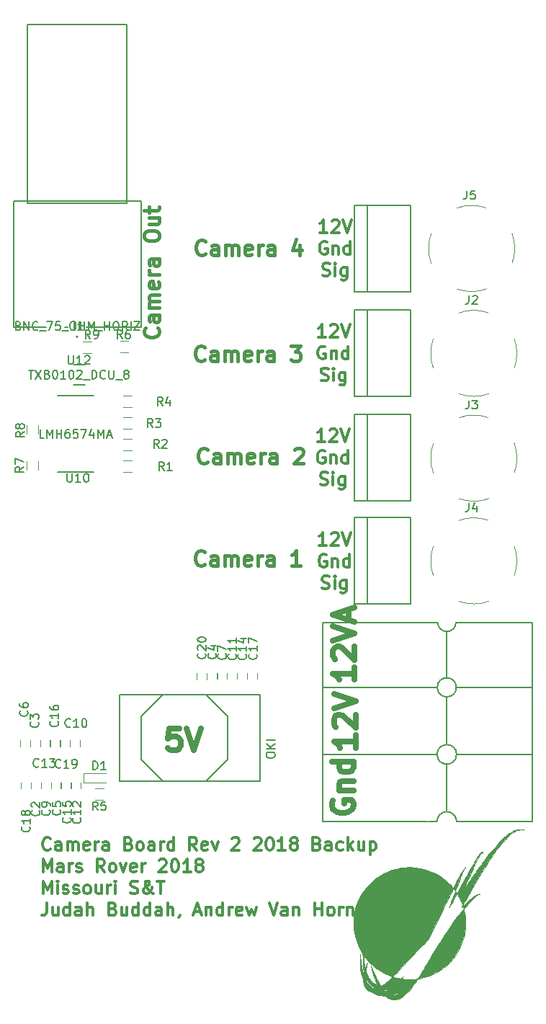
<source format=gbr>
G04 #@! TF.FileFunction,Legend,Top*
%FSLAX46Y46*%
G04 Gerber Fmt 4.6, Leading zero omitted, Abs format (unit mm)*
G04 Created by KiCad (PCBNEW 4.0.7) date 04/22/18 16:27:13*
%MOMM*%
%LPD*%
G01*
G04 APERTURE LIST*
%ADD10C,0.100000*%
%ADD11C,0.635000*%
%ADD12C,0.300000*%
%ADD13C,0.444500*%
%ADD14C,0.150000*%
%ADD15C,0.120000*%
%ADD16C,0.152400*%
%ADD17C,0.010000*%
G04 APERTURE END LIST*
D10*
D11*
X150056548Y-168840453D02*
X150056548Y-170291881D01*
X150056548Y-169566167D02*
X147516548Y-169566167D01*
X147879405Y-169808072D01*
X148121310Y-170049977D01*
X148242262Y-170291881D01*
X147758452Y-167872833D02*
X147637500Y-167751881D01*
X147516548Y-167509976D01*
X147516548Y-166905214D01*
X147637500Y-166663310D01*
X147758452Y-166542357D01*
X148000357Y-166421405D01*
X148242262Y-166421405D01*
X148605119Y-166542357D01*
X150056548Y-167993786D01*
X150056548Y-166421405D01*
X147516548Y-165695690D02*
X150056548Y-164849024D01*
X147516548Y-164002357D01*
X149330833Y-163276642D02*
X149330833Y-162067119D01*
X150056548Y-163518547D02*
X147516548Y-162671881D01*
X150056548Y-161825214D01*
D12*
X114307786Y-190207914D02*
X114236357Y-190279343D01*
X114022071Y-190350771D01*
X113879214Y-190350771D01*
X113664929Y-190279343D01*
X113522071Y-190136486D01*
X113450643Y-189993629D01*
X113379214Y-189707914D01*
X113379214Y-189493629D01*
X113450643Y-189207914D01*
X113522071Y-189065057D01*
X113664929Y-188922200D01*
X113879214Y-188850771D01*
X114022071Y-188850771D01*
X114236357Y-188922200D01*
X114307786Y-188993629D01*
X115593500Y-190350771D02*
X115593500Y-189565057D01*
X115522071Y-189422200D01*
X115379214Y-189350771D01*
X115093500Y-189350771D01*
X114950643Y-189422200D01*
X115593500Y-190279343D02*
X115450643Y-190350771D01*
X115093500Y-190350771D01*
X114950643Y-190279343D01*
X114879214Y-190136486D01*
X114879214Y-189993629D01*
X114950643Y-189850771D01*
X115093500Y-189779343D01*
X115450643Y-189779343D01*
X115593500Y-189707914D01*
X116307786Y-190350771D02*
X116307786Y-189350771D01*
X116307786Y-189493629D02*
X116379214Y-189422200D01*
X116522072Y-189350771D01*
X116736357Y-189350771D01*
X116879214Y-189422200D01*
X116950643Y-189565057D01*
X116950643Y-190350771D01*
X116950643Y-189565057D02*
X117022072Y-189422200D01*
X117164929Y-189350771D01*
X117379214Y-189350771D01*
X117522072Y-189422200D01*
X117593500Y-189565057D01*
X117593500Y-190350771D01*
X118879214Y-190279343D02*
X118736357Y-190350771D01*
X118450643Y-190350771D01*
X118307786Y-190279343D01*
X118236357Y-190136486D01*
X118236357Y-189565057D01*
X118307786Y-189422200D01*
X118450643Y-189350771D01*
X118736357Y-189350771D01*
X118879214Y-189422200D01*
X118950643Y-189565057D01*
X118950643Y-189707914D01*
X118236357Y-189850771D01*
X119593500Y-190350771D02*
X119593500Y-189350771D01*
X119593500Y-189636486D02*
X119664928Y-189493629D01*
X119736357Y-189422200D01*
X119879214Y-189350771D01*
X120022071Y-189350771D01*
X121164928Y-190350771D02*
X121164928Y-189565057D01*
X121093499Y-189422200D01*
X120950642Y-189350771D01*
X120664928Y-189350771D01*
X120522071Y-189422200D01*
X121164928Y-190279343D02*
X121022071Y-190350771D01*
X120664928Y-190350771D01*
X120522071Y-190279343D01*
X120450642Y-190136486D01*
X120450642Y-189993629D01*
X120522071Y-189850771D01*
X120664928Y-189779343D01*
X121022071Y-189779343D01*
X121164928Y-189707914D01*
X123522071Y-189565057D02*
X123736357Y-189636486D01*
X123807785Y-189707914D01*
X123879214Y-189850771D01*
X123879214Y-190065057D01*
X123807785Y-190207914D01*
X123736357Y-190279343D01*
X123593499Y-190350771D01*
X123022071Y-190350771D01*
X123022071Y-188850771D01*
X123522071Y-188850771D01*
X123664928Y-188922200D01*
X123736357Y-188993629D01*
X123807785Y-189136486D01*
X123807785Y-189279343D01*
X123736357Y-189422200D01*
X123664928Y-189493629D01*
X123522071Y-189565057D01*
X123022071Y-189565057D01*
X124736357Y-190350771D02*
X124593499Y-190279343D01*
X124522071Y-190207914D01*
X124450642Y-190065057D01*
X124450642Y-189636486D01*
X124522071Y-189493629D01*
X124593499Y-189422200D01*
X124736357Y-189350771D01*
X124950642Y-189350771D01*
X125093499Y-189422200D01*
X125164928Y-189493629D01*
X125236357Y-189636486D01*
X125236357Y-190065057D01*
X125164928Y-190207914D01*
X125093499Y-190279343D01*
X124950642Y-190350771D01*
X124736357Y-190350771D01*
X126522071Y-190350771D02*
X126522071Y-189565057D01*
X126450642Y-189422200D01*
X126307785Y-189350771D01*
X126022071Y-189350771D01*
X125879214Y-189422200D01*
X126522071Y-190279343D02*
X126379214Y-190350771D01*
X126022071Y-190350771D01*
X125879214Y-190279343D01*
X125807785Y-190136486D01*
X125807785Y-189993629D01*
X125879214Y-189850771D01*
X126022071Y-189779343D01*
X126379214Y-189779343D01*
X126522071Y-189707914D01*
X127236357Y-190350771D02*
X127236357Y-189350771D01*
X127236357Y-189636486D02*
X127307785Y-189493629D01*
X127379214Y-189422200D01*
X127522071Y-189350771D01*
X127664928Y-189350771D01*
X128807785Y-190350771D02*
X128807785Y-188850771D01*
X128807785Y-190279343D02*
X128664928Y-190350771D01*
X128379214Y-190350771D01*
X128236356Y-190279343D01*
X128164928Y-190207914D01*
X128093499Y-190065057D01*
X128093499Y-189636486D01*
X128164928Y-189493629D01*
X128236356Y-189422200D01*
X128379214Y-189350771D01*
X128664928Y-189350771D01*
X128807785Y-189422200D01*
X131522071Y-190350771D02*
X131022071Y-189636486D01*
X130664928Y-190350771D02*
X130664928Y-188850771D01*
X131236356Y-188850771D01*
X131379214Y-188922200D01*
X131450642Y-188993629D01*
X131522071Y-189136486D01*
X131522071Y-189350771D01*
X131450642Y-189493629D01*
X131379214Y-189565057D01*
X131236356Y-189636486D01*
X130664928Y-189636486D01*
X132736356Y-190279343D02*
X132593499Y-190350771D01*
X132307785Y-190350771D01*
X132164928Y-190279343D01*
X132093499Y-190136486D01*
X132093499Y-189565057D01*
X132164928Y-189422200D01*
X132307785Y-189350771D01*
X132593499Y-189350771D01*
X132736356Y-189422200D01*
X132807785Y-189565057D01*
X132807785Y-189707914D01*
X132093499Y-189850771D01*
X133307785Y-189350771D02*
X133664928Y-190350771D01*
X134022070Y-189350771D01*
X135664927Y-188993629D02*
X135736356Y-188922200D01*
X135879213Y-188850771D01*
X136236356Y-188850771D01*
X136379213Y-188922200D01*
X136450642Y-188993629D01*
X136522070Y-189136486D01*
X136522070Y-189279343D01*
X136450642Y-189493629D01*
X135593499Y-190350771D01*
X136522070Y-190350771D01*
X138236355Y-188993629D02*
X138307784Y-188922200D01*
X138450641Y-188850771D01*
X138807784Y-188850771D01*
X138950641Y-188922200D01*
X139022070Y-188993629D01*
X139093498Y-189136486D01*
X139093498Y-189279343D01*
X139022070Y-189493629D01*
X138164927Y-190350771D01*
X139093498Y-190350771D01*
X140022069Y-188850771D02*
X140164926Y-188850771D01*
X140307783Y-188922200D01*
X140379212Y-188993629D01*
X140450641Y-189136486D01*
X140522069Y-189422200D01*
X140522069Y-189779343D01*
X140450641Y-190065057D01*
X140379212Y-190207914D01*
X140307783Y-190279343D01*
X140164926Y-190350771D01*
X140022069Y-190350771D01*
X139879212Y-190279343D01*
X139807783Y-190207914D01*
X139736355Y-190065057D01*
X139664926Y-189779343D01*
X139664926Y-189422200D01*
X139736355Y-189136486D01*
X139807783Y-188993629D01*
X139879212Y-188922200D01*
X140022069Y-188850771D01*
X141950640Y-190350771D02*
X141093497Y-190350771D01*
X141522069Y-190350771D02*
X141522069Y-188850771D01*
X141379212Y-189065057D01*
X141236354Y-189207914D01*
X141093497Y-189279343D01*
X142807783Y-189493629D02*
X142664925Y-189422200D01*
X142593497Y-189350771D01*
X142522068Y-189207914D01*
X142522068Y-189136486D01*
X142593497Y-188993629D01*
X142664925Y-188922200D01*
X142807783Y-188850771D01*
X143093497Y-188850771D01*
X143236354Y-188922200D01*
X143307783Y-188993629D01*
X143379211Y-189136486D01*
X143379211Y-189207914D01*
X143307783Y-189350771D01*
X143236354Y-189422200D01*
X143093497Y-189493629D01*
X142807783Y-189493629D01*
X142664925Y-189565057D01*
X142593497Y-189636486D01*
X142522068Y-189779343D01*
X142522068Y-190065057D01*
X142593497Y-190207914D01*
X142664925Y-190279343D01*
X142807783Y-190350771D01*
X143093497Y-190350771D01*
X143236354Y-190279343D01*
X143307783Y-190207914D01*
X143379211Y-190065057D01*
X143379211Y-189779343D01*
X143307783Y-189636486D01*
X143236354Y-189565057D01*
X143093497Y-189493629D01*
X145664925Y-189565057D02*
X145879211Y-189636486D01*
X145950639Y-189707914D01*
X146022068Y-189850771D01*
X146022068Y-190065057D01*
X145950639Y-190207914D01*
X145879211Y-190279343D01*
X145736353Y-190350771D01*
X145164925Y-190350771D01*
X145164925Y-188850771D01*
X145664925Y-188850771D01*
X145807782Y-188922200D01*
X145879211Y-188993629D01*
X145950639Y-189136486D01*
X145950639Y-189279343D01*
X145879211Y-189422200D01*
X145807782Y-189493629D01*
X145664925Y-189565057D01*
X145164925Y-189565057D01*
X147307782Y-190350771D02*
X147307782Y-189565057D01*
X147236353Y-189422200D01*
X147093496Y-189350771D01*
X146807782Y-189350771D01*
X146664925Y-189422200D01*
X147307782Y-190279343D02*
X147164925Y-190350771D01*
X146807782Y-190350771D01*
X146664925Y-190279343D01*
X146593496Y-190136486D01*
X146593496Y-189993629D01*
X146664925Y-189850771D01*
X146807782Y-189779343D01*
X147164925Y-189779343D01*
X147307782Y-189707914D01*
X148664925Y-190279343D02*
X148522068Y-190350771D01*
X148236354Y-190350771D01*
X148093496Y-190279343D01*
X148022068Y-190207914D01*
X147950639Y-190065057D01*
X147950639Y-189636486D01*
X148022068Y-189493629D01*
X148093496Y-189422200D01*
X148236354Y-189350771D01*
X148522068Y-189350771D01*
X148664925Y-189422200D01*
X149307782Y-190350771D02*
X149307782Y-188850771D01*
X149450639Y-189779343D02*
X149879210Y-190350771D01*
X149879210Y-189350771D02*
X149307782Y-189922200D01*
X151164925Y-189350771D02*
X151164925Y-190350771D01*
X150522068Y-189350771D02*
X150522068Y-190136486D01*
X150593496Y-190279343D01*
X150736354Y-190350771D01*
X150950639Y-190350771D01*
X151093496Y-190279343D01*
X151164925Y-190207914D01*
X151879211Y-189350771D02*
X151879211Y-190850771D01*
X151879211Y-189422200D02*
X152022068Y-189350771D01*
X152307782Y-189350771D01*
X152450639Y-189422200D01*
X152522068Y-189493629D01*
X152593497Y-189636486D01*
X152593497Y-190065057D01*
X152522068Y-190207914D01*
X152450639Y-190279343D01*
X152307782Y-190350771D01*
X152022068Y-190350771D01*
X151879211Y-190279343D01*
X113450643Y-192900771D02*
X113450643Y-191400771D01*
X113950643Y-192472200D01*
X114450643Y-191400771D01*
X114450643Y-192900771D01*
X115807786Y-192900771D02*
X115807786Y-192115057D01*
X115736357Y-191972200D01*
X115593500Y-191900771D01*
X115307786Y-191900771D01*
X115164929Y-191972200D01*
X115807786Y-192829343D02*
X115664929Y-192900771D01*
X115307786Y-192900771D01*
X115164929Y-192829343D01*
X115093500Y-192686486D01*
X115093500Y-192543629D01*
X115164929Y-192400771D01*
X115307786Y-192329343D01*
X115664929Y-192329343D01*
X115807786Y-192257914D01*
X116522072Y-192900771D02*
X116522072Y-191900771D01*
X116522072Y-192186486D02*
X116593500Y-192043629D01*
X116664929Y-191972200D01*
X116807786Y-191900771D01*
X116950643Y-191900771D01*
X117379214Y-192829343D02*
X117522071Y-192900771D01*
X117807786Y-192900771D01*
X117950643Y-192829343D01*
X118022071Y-192686486D01*
X118022071Y-192615057D01*
X117950643Y-192472200D01*
X117807786Y-192400771D01*
X117593500Y-192400771D01*
X117450643Y-192329343D01*
X117379214Y-192186486D01*
X117379214Y-192115057D01*
X117450643Y-191972200D01*
X117593500Y-191900771D01*
X117807786Y-191900771D01*
X117950643Y-191972200D01*
X120664929Y-192900771D02*
X120164929Y-192186486D01*
X119807786Y-192900771D02*
X119807786Y-191400771D01*
X120379214Y-191400771D01*
X120522072Y-191472200D01*
X120593500Y-191543629D01*
X120664929Y-191686486D01*
X120664929Y-191900771D01*
X120593500Y-192043629D01*
X120522072Y-192115057D01*
X120379214Y-192186486D01*
X119807786Y-192186486D01*
X121522072Y-192900771D02*
X121379214Y-192829343D01*
X121307786Y-192757914D01*
X121236357Y-192615057D01*
X121236357Y-192186486D01*
X121307786Y-192043629D01*
X121379214Y-191972200D01*
X121522072Y-191900771D01*
X121736357Y-191900771D01*
X121879214Y-191972200D01*
X121950643Y-192043629D01*
X122022072Y-192186486D01*
X122022072Y-192615057D01*
X121950643Y-192757914D01*
X121879214Y-192829343D01*
X121736357Y-192900771D01*
X121522072Y-192900771D01*
X122522072Y-191900771D02*
X122879215Y-192900771D01*
X123236357Y-191900771D01*
X124379214Y-192829343D02*
X124236357Y-192900771D01*
X123950643Y-192900771D01*
X123807786Y-192829343D01*
X123736357Y-192686486D01*
X123736357Y-192115057D01*
X123807786Y-191972200D01*
X123950643Y-191900771D01*
X124236357Y-191900771D01*
X124379214Y-191972200D01*
X124450643Y-192115057D01*
X124450643Y-192257914D01*
X123736357Y-192400771D01*
X125093500Y-192900771D02*
X125093500Y-191900771D01*
X125093500Y-192186486D02*
X125164928Y-192043629D01*
X125236357Y-191972200D01*
X125379214Y-191900771D01*
X125522071Y-191900771D01*
X127093499Y-191543629D02*
X127164928Y-191472200D01*
X127307785Y-191400771D01*
X127664928Y-191400771D01*
X127807785Y-191472200D01*
X127879214Y-191543629D01*
X127950642Y-191686486D01*
X127950642Y-191829343D01*
X127879214Y-192043629D01*
X127022071Y-192900771D01*
X127950642Y-192900771D01*
X128879213Y-191400771D02*
X129022070Y-191400771D01*
X129164927Y-191472200D01*
X129236356Y-191543629D01*
X129307785Y-191686486D01*
X129379213Y-191972200D01*
X129379213Y-192329343D01*
X129307785Y-192615057D01*
X129236356Y-192757914D01*
X129164927Y-192829343D01*
X129022070Y-192900771D01*
X128879213Y-192900771D01*
X128736356Y-192829343D01*
X128664927Y-192757914D01*
X128593499Y-192615057D01*
X128522070Y-192329343D01*
X128522070Y-191972200D01*
X128593499Y-191686486D01*
X128664927Y-191543629D01*
X128736356Y-191472200D01*
X128879213Y-191400771D01*
X130807784Y-192900771D02*
X129950641Y-192900771D01*
X130379213Y-192900771D02*
X130379213Y-191400771D01*
X130236356Y-191615057D01*
X130093498Y-191757914D01*
X129950641Y-191829343D01*
X131664927Y-192043629D02*
X131522069Y-191972200D01*
X131450641Y-191900771D01*
X131379212Y-191757914D01*
X131379212Y-191686486D01*
X131450641Y-191543629D01*
X131522069Y-191472200D01*
X131664927Y-191400771D01*
X131950641Y-191400771D01*
X132093498Y-191472200D01*
X132164927Y-191543629D01*
X132236355Y-191686486D01*
X132236355Y-191757914D01*
X132164927Y-191900771D01*
X132093498Y-191972200D01*
X131950641Y-192043629D01*
X131664927Y-192043629D01*
X131522069Y-192115057D01*
X131450641Y-192186486D01*
X131379212Y-192329343D01*
X131379212Y-192615057D01*
X131450641Y-192757914D01*
X131522069Y-192829343D01*
X131664927Y-192900771D01*
X131950641Y-192900771D01*
X132093498Y-192829343D01*
X132164927Y-192757914D01*
X132236355Y-192615057D01*
X132236355Y-192329343D01*
X132164927Y-192186486D01*
X132093498Y-192115057D01*
X131950641Y-192043629D01*
X113450643Y-195450771D02*
X113450643Y-193950771D01*
X113950643Y-195022200D01*
X114450643Y-193950771D01*
X114450643Y-195450771D01*
X115164929Y-195450771D02*
X115164929Y-194450771D01*
X115164929Y-193950771D02*
X115093500Y-194022200D01*
X115164929Y-194093629D01*
X115236357Y-194022200D01*
X115164929Y-193950771D01*
X115164929Y-194093629D01*
X115807786Y-195379343D02*
X115950643Y-195450771D01*
X116236358Y-195450771D01*
X116379215Y-195379343D01*
X116450643Y-195236486D01*
X116450643Y-195165057D01*
X116379215Y-195022200D01*
X116236358Y-194950771D01*
X116022072Y-194950771D01*
X115879215Y-194879343D01*
X115807786Y-194736486D01*
X115807786Y-194665057D01*
X115879215Y-194522200D01*
X116022072Y-194450771D01*
X116236358Y-194450771D01*
X116379215Y-194522200D01*
X117022072Y-195379343D02*
X117164929Y-195450771D01*
X117450644Y-195450771D01*
X117593501Y-195379343D01*
X117664929Y-195236486D01*
X117664929Y-195165057D01*
X117593501Y-195022200D01*
X117450644Y-194950771D01*
X117236358Y-194950771D01*
X117093501Y-194879343D01*
X117022072Y-194736486D01*
X117022072Y-194665057D01*
X117093501Y-194522200D01*
X117236358Y-194450771D01*
X117450644Y-194450771D01*
X117593501Y-194522200D01*
X118522073Y-195450771D02*
X118379215Y-195379343D01*
X118307787Y-195307914D01*
X118236358Y-195165057D01*
X118236358Y-194736486D01*
X118307787Y-194593629D01*
X118379215Y-194522200D01*
X118522073Y-194450771D01*
X118736358Y-194450771D01*
X118879215Y-194522200D01*
X118950644Y-194593629D01*
X119022073Y-194736486D01*
X119022073Y-195165057D01*
X118950644Y-195307914D01*
X118879215Y-195379343D01*
X118736358Y-195450771D01*
X118522073Y-195450771D01*
X120307787Y-194450771D02*
X120307787Y-195450771D01*
X119664930Y-194450771D02*
X119664930Y-195236486D01*
X119736358Y-195379343D01*
X119879216Y-195450771D01*
X120093501Y-195450771D01*
X120236358Y-195379343D01*
X120307787Y-195307914D01*
X121022073Y-195450771D02*
X121022073Y-194450771D01*
X121022073Y-194736486D02*
X121093501Y-194593629D01*
X121164930Y-194522200D01*
X121307787Y-194450771D01*
X121450644Y-194450771D01*
X121950644Y-195450771D02*
X121950644Y-194450771D01*
X121950644Y-193950771D02*
X121879215Y-194022200D01*
X121950644Y-194093629D01*
X122022072Y-194022200D01*
X121950644Y-193950771D01*
X121950644Y-194093629D01*
X123736358Y-195379343D02*
X123950644Y-195450771D01*
X124307787Y-195450771D01*
X124450644Y-195379343D01*
X124522073Y-195307914D01*
X124593501Y-195165057D01*
X124593501Y-195022200D01*
X124522073Y-194879343D01*
X124450644Y-194807914D01*
X124307787Y-194736486D01*
X124022073Y-194665057D01*
X123879215Y-194593629D01*
X123807787Y-194522200D01*
X123736358Y-194379343D01*
X123736358Y-194236486D01*
X123807787Y-194093629D01*
X123879215Y-194022200D01*
X124022073Y-193950771D01*
X124379215Y-193950771D01*
X124593501Y-194022200D01*
X126450644Y-195450771D02*
X126379215Y-195450771D01*
X126236358Y-195379343D01*
X126022072Y-195165057D01*
X125664929Y-194736486D01*
X125522072Y-194522200D01*
X125450644Y-194307914D01*
X125450644Y-194165057D01*
X125522072Y-194022200D01*
X125664929Y-193950771D01*
X125736358Y-193950771D01*
X125879215Y-194022200D01*
X125950644Y-194165057D01*
X125950644Y-194236486D01*
X125879215Y-194379343D01*
X125807786Y-194450771D01*
X125379215Y-194736486D01*
X125307786Y-194807914D01*
X125236358Y-194950771D01*
X125236358Y-195165057D01*
X125307786Y-195307914D01*
X125379215Y-195379343D01*
X125522072Y-195450771D01*
X125736358Y-195450771D01*
X125879215Y-195379343D01*
X125950644Y-195307914D01*
X126164929Y-195022200D01*
X126236358Y-194807914D01*
X126236358Y-194665057D01*
X126879215Y-193950771D02*
X127736358Y-193950771D01*
X127307787Y-195450771D02*
X127307787Y-193950771D01*
X113879214Y-196500771D02*
X113879214Y-197572200D01*
X113807786Y-197786486D01*
X113664929Y-197929343D01*
X113450643Y-198000771D01*
X113307786Y-198000771D01*
X115236357Y-197000771D02*
X115236357Y-198000771D01*
X114593500Y-197000771D02*
X114593500Y-197786486D01*
X114664928Y-197929343D01*
X114807786Y-198000771D01*
X115022071Y-198000771D01*
X115164928Y-197929343D01*
X115236357Y-197857914D01*
X116593500Y-198000771D02*
X116593500Y-196500771D01*
X116593500Y-197929343D02*
X116450643Y-198000771D01*
X116164929Y-198000771D01*
X116022071Y-197929343D01*
X115950643Y-197857914D01*
X115879214Y-197715057D01*
X115879214Y-197286486D01*
X115950643Y-197143629D01*
X116022071Y-197072200D01*
X116164929Y-197000771D01*
X116450643Y-197000771D01*
X116593500Y-197072200D01*
X117950643Y-198000771D02*
X117950643Y-197215057D01*
X117879214Y-197072200D01*
X117736357Y-197000771D01*
X117450643Y-197000771D01*
X117307786Y-197072200D01*
X117950643Y-197929343D02*
X117807786Y-198000771D01*
X117450643Y-198000771D01*
X117307786Y-197929343D01*
X117236357Y-197786486D01*
X117236357Y-197643629D01*
X117307786Y-197500771D01*
X117450643Y-197429343D01*
X117807786Y-197429343D01*
X117950643Y-197357914D01*
X118664929Y-198000771D02*
X118664929Y-196500771D01*
X119307786Y-198000771D02*
X119307786Y-197215057D01*
X119236357Y-197072200D01*
X119093500Y-197000771D01*
X118879215Y-197000771D01*
X118736357Y-197072200D01*
X118664929Y-197143629D01*
X121664929Y-197215057D02*
X121879215Y-197286486D01*
X121950643Y-197357914D01*
X122022072Y-197500771D01*
X122022072Y-197715057D01*
X121950643Y-197857914D01*
X121879215Y-197929343D01*
X121736357Y-198000771D01*
X121164929Y-198000771D01*
X121164929Y-196500771D01*
X121664929Y-196500771D01*
X121807786Y-196572200D01*
X121879215Y-196643629D01*
X121950643Y-196786486D01*
X121950643Y-196929343D01*
X121879215Y-197072200D01*
X121807786Y-197143629D01*
X121664929Y-197215057D01*
X121164929Y-197215057D01*
X123307786Y-197000771D02*
X123307786Y-198000771D01*
X122664929Y-197000771D02*
X122664929Y-197786486D01*
X122736357Y-197929343D01*
X122879215Y-198000771D01*
X123093500Y-198000771D01*
X123236357Y-197929343D01*
X123307786Y-197857914D01*
X124664929Y-198000771D02*
X124664929Y-196500771D01*
X124664929Y-197929343D02*
X124522072Y-198000771D01*
X124236358Y-198000771D01*
X124093500Y-197929343D01*
X124022072Y-197857914D01*
X123950643Y-197715057D01*
X123950643Y-197286486D01*
X124022072Y-197143629D01*
X124093500Y-197072200D01*
X124236358Y-197000771D01*
X124522072Y-197000771D01*
X124664929Y-197072200D01*
X126022072Y-198000771D02*
X126022072Y-196500771D01*
X126022072Y-197929343D02*
X125879215Y-198000771D01*
X125593501Y-198000771D01*
X125450643Y-197929343D01*
X125379215Y-197857914D01*
X125307786Y-197715057D01*
X125307786Y-197286486D01*
X125379215Y-197143629D01*
X125450643Y-197072200D01*
X125593501Y-197000771D01*
X125879215Y-197000771D01*
X126022072Y-197072200D01*
X127379215Y-198000771D02*
X127379215Y-197215057D01*
X127307786Y-197072200D01*
X127164929Y-197000771D01*
X126879215Y-197000771D01*
X126736358Y-197072200D01*
X127379215Y-197929343D02*
X127236358Y-198000771D01*
X126879215Y-198000771D01*
X126736358Y-197929343D01*
X126664929Y-197786486D01*
X126664929Y-197643629D01*
X126736358Y-197500771D01*
X126879215Y-197429343D01*
X127236358Y-197429343D01*
X127379215Y-197357914D01*
X128093501Y-198000771D02*
X128093501Y-196500771D01*
X128736358Y-198000771D02*
X128736358Y-197215057D01*
X128664929Y-197072200D01*
X128522072Y-197000771D01*
X128307787Y-197000771D01*
X128164929Y-197072200D01*
X128093501Y-197143629D01*
X129522072Y-197929343D02*
X129522072Y-198000771D01*
X129450644Y-198143629D01*
X129379215Y-198215057D01*
X131236358Y-197572200D02*
X131950644Y-197572200D01*
X131093501Y-198000771D02*
X131593501Y-196500771D01*
X132093501Y-198000771D01*
X132593501Y-197000771D02*
X132593501Y-198000771D01*
X132593501Y-197143629D02*
X132664929Y-197072200D01*
X132807787Y-197000771D01*
X133022072Y-197000771D01*
X133164929Y-197072200D01*
X133236358Y-197215057D01*
X133236358Y-198000771D01*
X134593501Y-198000771D02*
X134593501Y-196500771D01*
X134593501Y-197929343D02*
X134450644Y-198000771D01*
X134164930Y-198000771D01*
X134022072Y-197929343D01*
X133950644Y-197857914D01*
X133879215Y-197715057D01*
X133879215Y-197286486D01*
X133950644Y-197143629D01*
X134022072Y-197072200D01*
X134164930Y-197000771D01*
X134450644Y-197000771D01*
X134593501Y-197072200D01*
X135307787Y-198000771D02*
X135307787Y-197000771D01*
X135307787Y-197286486D02*
X135379215Y-197143629D01*
X135450644Y-197072200D01*
X135593501Y-197000771D01*
X135736358Y-197000771D01*
X136807786Y-197929343D02*
X136664929Y-198000771D01*
X136379215Y-198000771D01*
X136236358Y-197929343D01*
X136164929Y-197786486D01*
X136164929Y-197215057D01*
X136236358Y-197072200D01*
X136379215Y-197000771D01*
X136664929Y-197000771D01*
X136807786Y-197072200D01*
X136879215Y-197215057D01*
X136879215Y-197357914D01*
X136164929Y-197500771D01*
X137379215Y-197000771D02*
X137664929Y-198000771D01*
X137950643Y-197286486D01*
X138236358Y-198000771D01*
X138522072Y-197000771D01*
X140022072Y-196500771D02*
X140522072Y-198000771D01*
X141022072Y-196500771D01*
X142164929Y-198000771D02*
X142164929Y-197215057D01*
X142093500Y-197072200D01*
X141950643Y-197000771D01*
X141664929Y-197000771D01*
X141522072Y-197072200D01*
X142164929Y-197929343D02*
X142022072Y-198000771D01*
X141664929Y-198000771D01*
X141522072Y-197929343D01*
X141450643Y-197786486D01*
X141450643Y-197643629D01*
X141522072Y-197500771D01*
X141664929Y-197429343D01*
X142022072Y-197429343D01*
X142164929Y-197357914D01*
X142879215Y-197000771D02*
X142879215Y-198000771D01*
X142879215Y-197143629D02*
X142950643Y-197072200D01*
X143093501Y-197000771D01*
X143307786Y-197000771D01*
X143450643Y-197072200D01*
X143522072Y-197215057D01*
X143522072Y-198000771D01*
X145379215Y-198000771D02*
X145379215Y-196500771D01*
X145379215Y-197215057D02*
X146236358Y-197215057D01*
X146236358Y-198000771D02*
X146236358Y-196500771D01*
X147164930Y-198000771D02*
X147022072Y-197929343D01*
X146950644Y-197857914D01*
X146879215Y-197715057D01*
X146879215Y-197286486D01*
X146950644Y-197143629D01*
X147022072Y-197072200D01*
X147164930Y-197000771D01*
X147379215Y-197000771D01*
X147522072Y-197072200D01*
X147593501Y-197143629D01*
X147664930Y-197286486D01*
X147664930Y-197715057D01*
X147593501Y-197857914D01*
X147522072Y-197929343D01*
X147379215Y-198000771D01*
X147164930Y-198000771D01*
X148307787Y-198000771D02*
X148307787Y-197000771D01*
X148307787Y-197286486D02*
X148379215Y-197143629D01*
X148450644Y-197072200D01*
X148593501Y-197000771D01*
X148736358Y-197000771D01*
X149236358Y-197000771D02*
X149236358Y-198000771D01*
X149236358Y-197143629D02*
X149307786Y-197072200D01*
X149450644Y-197000771D01*
X149664929Y-197000771D01*
X149807786Y-197072200D01*
X149879215Y-197215057D01*
X149879215Y-198000771D01*
D11*
X129487991Y-176040748D02*
X128278467Y-176040748D01*
X128157515Y-177250271D01*
X128278467Y-177129319D01*
X128520372Y-177008367D01*
X129125134Y-177008367D01*
X129367038Y-177129319D01*
X129487991Y-177250271D01*
X129608943Y-177492176D01*
X129608943Y-178096938D01*
X129487991Y-178338843D01*
X129367038Y-178459795D01*
X129125134Y-178580748D01*
X128520372Y-178580748D01*
X128278467Y-178459795D01*
X128157515Y-178338843D01*
X130334658Y-176040748D02*
X131181324Y-178580748D01*
X132027991Y-176040748D01*
D12*
X146835929Y-117762571D02*
X145978786Y-117762571D01*
X146407358Y-117762571D02*
X146407358Y-116262571D01*
X146264501Y-116476857D01*
X146121643Y-116619714D01*
X145978786Y-116691143D01*
X147407357Y-116405429D02*
X147478786Y-116334000D01*
X147621643Y-116262571D01*
X147978786Y-116262571D01*
X148121643Y-116334000D01*
X148193072Y-116405429D01*
X148264500Y-116548286D01*
X148264500Y-116691143D01*
X148193072Y-116905429D01*
X147335929Y-117762571D01*
X148264500Y-117762571D01*
X148693071Y-116262571D02*
X149193071Y-117762571D01*
X149693071Y-116262571D01*
X146800214Y-118884000D02*
X146657357Y-118812571D01*
X146443071Y-118812571D01*
X146228786Y-118884000D01*
X146085928Y-119026857D01*
X146014500Y-119169714D01*
X145943071Y-119455429D01*
X145943071Y-119669714D01*
X146014500Y-119955429D01*
X146085928Y-120098286D01*
X146228786Y-120241143D01*
X146443071Y-120312571D01*
X146585928Y-120312571D01*
X146800214Y-120241143D01*
X146871643Y-120169714D01*
X146871643Y-119669714D01*
X146585928Y-119669714D01*
X147514500Y-119312571D02*
X147514500Y-120312571D01*
X147514500Y-119455429D02*
X147585928Y-119384000D01*
X147728786Y-119312571D01*
X147943071Y-119312571D01*
X148085928Y-119384000D01*
X148157357Y-119526857D01*
X148157357Y-120312571D01*
X149514500Y-120312571D02*
X149514500Y-118812571D01*
X149514500Y-120241143D02*
X149371643Y-120312571D01*
X149085929Y-120312571D01*
X148943071Y-120241143D01*
X148871643Y-120169714D01*
X148800214Y-120026857D01*
X148800214Y-119598286D01*
X148871643Y-119455429D01*
X148943071Y-119384000D01*
X149085929Y-119312571D01*
X149371643Y-119312571D01*
X149514500Y-119384000D01*
X146300214Y-122791143D02*
X146514500Y-122862571D01*
X146871643Y-122862571D01*
X147014500Y-122791143D01*
X147085929Y-122719714D01*
X147157357Y-122576857D01*
X147157357Y-122434000D01*
X147085929Y-122291143D01*
X147014500Y-122219714D01*
X146871643Y-122148286D01*
X146585929Y-122076857D01*
X146443071Y-122005429D01*
X146371643Y-121934000D01*
X146300214Y-121791143D01*
X146300214Y-121648286D01*
X146371643Y-121505429D01*
X146443071Y-121434000D01*
X146585929Y-121362571D01*
X146943071Y-121362571D01*
X147157357Y-121434000D01*
X147800214Y-122862571D02*
X147800214Y-121862571D01*
X147800214Y-121362571D02*
X147728785Y-121434000D01*
X147800214Y-121505429D01*
X147871642Y-121434000D01*
X147800214Y-121362571D01*
X147800214Y-121505429D01*
X149157357Y-121862571D02*
X149157357Y-123076857D01*
X149085928Y-123219714D01*
X149014500Y-123291143D01*
X148871643Y-123362571D01*
X148657357Y-123362571D01*
X148514500Y-123291143D01*
X149157357Y-122791143D02*
X149014500Y-122862571D01*
X148728786Y-122862571D01*
X148585928Y-122791143D01*
X148514500Y-122719714D01*
X148443071Y-122576857D01*
X148443071Y-122148286D01*
X148514500Y-122005429D01*
X148585928Y-121934000D01*
X148728786Y-121862571D01*
X149014500Y-121862571D01*
X149157357Y-121934000D01*
X146645429Y-130081571D02*
X145788286Y-130081571D01*
X146216858Y-130081571D02*
X146216858Y-128581571D01*
X146074001Y-128795857D01*
X145931143Y-128938714D01*
X145788286Y-129010143D01*
X147216857Y-128724429D02*
X147288286Y-128653000D01*
X147431143Y-128581571D01*
X147788286Y-128581571D01*
X147931143Y-128653000D01*
X148002572Y-128724429D01*
X148074000Y-128867286D01*
X148074000Y-129010143D01*
X148002572Y-129224429D01*
X147145429Y-130081571D01*
X148074000Y-130081571D01*
X148502571Y-128581571D02*
X149002571Y-130081571D01*
X149502571Y-128581571D01*
X146609714Y-131203000D02*
X146466857Y-131131571D01*
X146252571Y-131131571D01*
X146038286Y-131203000D01*
X145895428Y-131345857D01*
X145824000Y-131488714D01*
X145752571Y-131774429D01*
X145752571Y-131988714D01*
X145824000Y-132274429D01*
X145895428Y-132417286D01*
X146038286Y-132560143D01*
X146252571Y-132631571D01*
X146395428Y-132631571D01*
X146609714Y-132560143D01*
X146681143Y-132488714D01*
X146681143Y-131988714D01*
X146395428Y-131988714D01*
X147324000Y-131631571D02*
X147324000Y-132631571D01*
X147324000Y-131774429D02*
X147395428Y-131703000D01*
X147538286Y-131631571D01*
X147752571Y-131631571D01*
X147895428Y-131703000D01*
X147966857Y-131845857D01*
X147966857Y-132631571D01*
X149324000Y-132631571D02*
X149324000Y-131131571D01*
X149324000Y-132560143D02*
X149181143Y-132631571D01*
X148895429Y-132631571D01*
X148752571Y-132560143D01*
X148681143Y-132488714D01*
X148609714Y-132345857D01*
X148609714Y-131917286D01*
X148681143Y-131774429D01*
X148752571Y-131703000D01*
X148895429Y-131631571D01*
X149181143Y-131631571D01*
X149324000Y-131703000D01*
X146109714Y-135110143D02*
X146324000Y-135181571D01*
X146681143Y-135181571D01*
X146824000Y-135110143D01*
X146895429Y-135038714D01*
X146966857Y-134895857D01*
X146966857Y-134753000D01*
X146895429Y-134610143D01*
X146824000Y-134538714D01*
X146681143Y-134467286D01*
X146395429Y-134395857D01*
X146252571Y-134324429D01*
X146181143Y-134253000D01*
X146109714Y-134110143D01*
X146109714Y-133967286D01*
X146181143Y-133824429D01*
X146252571Y-133753000D01*
X146395429Y-133681571D01*
X146752571Y-133681571D01*
X146966857Y-133753000D01*
X147609714Y-135181571D02*
X147609714Y-134181571D01*
X147609714Y-133681571D02*
X147538285Y-133753000D01*
X147609714Y-133824429D01*
X147681142Y-133753000D01*
X147609714Y-133681571D01*
X147609714Y-133824429D01*
X148966857Y-134181571D02*
X148966857Y-135395857D01*
X148895428Y-135538714D01*
X148824000Y-135610143D01*
X148681143Y-135681571D01*
X148466857Y-135681571D01*
X148324000Y-135610143D01*
X148966857Y-135110143D02*
X148824000Y-135181571D01*
X148538286Y-135181571D01*
X148395428Y-135110143D01*
X148324000Y-135038714D01*
X148252571Y-134895857D01*
X148252571Y-134467286D01*
X148324000Y-134324429D01*
X148395428Y-134253000D01*
X148538286Y-134181571D01*
X148824000Y-134181571D01*
X148966857Y-134253000D01*
X146581929Y-142337071D02*
X145724786Y-142337071D01*
X146153358Y-142337071D02*
X146153358Y-140837071D01*
X146010501Y-141051357D01*
X145867643Y-141194214D01*
X145724786Y-141265643D01*
X147153357Y-140979929D02*
X147224786Y-140908500D01*
X147367643Y-140837071D01*
X147724786Y-140837071D01*
X147867643Y-140908500D01*
X147939072Y-140979929D01*
X148010500Y-141122786D01*
X148010500Y-141265643D01*
X147939072Y-141479929D01*
X147081929Y-142337071D01*
X148010500Y-142337071D01*
X148439071Y-140837071D02*
X148939071Y-142337071D01*
X149439071Y-140837071D01*
X146546214Y-143458500D02*
X146403357Y-143387071D01*
X146189071Y-143387071D01*
X145974786Y-143458500D01*
X145831928Y-143601357D01*
X145760500Y-143744214D01*
X145689071Y-144029929D01*
X145689071Y-144244214D01*
X145760500Y-144529929D01*
X145831928Y-144672786D01*
X145974786Y-144815643D01*
X146189071Y-144887071D01*
X146331928Y-144887071D01*
X146546214Y-144815643D01*
X146617643Y-144744214D01*
X146617643Y-144244214D01*
X146331928Y-144244214D01*
X147260500Y-143887071D02*
X147260500Y-144887071D01*
X147260500Y-144029929D02*
X147331928Y-143958500D01*
X147474786Y-143887071D01*
X147689071Y-143887071D01*
X147831928Y-143958500D01*
X147903357Y-144101357D01*
X147903357Y-144887071D01*
X149260500Y-144887071D02*
X149260500Y-143387071D01*
X149260500Y-144815643D02*
X149117643Y-144887071D01*
X148831929Y-144887071D01*
X148689071Y-144815643D01*
X148617643Y-144744214D01*
X148546214Y-144601357D01*
X148546214Y-144172786D01*
X148617643Y-144029929D01*
X148689071Y-143958500D01*
X148831929Y-143887071D01*
X149117643Y-143887071D01*
X149260500Y-143958500D01*
X146046214Y-147365643D02*
X146260500Y-147437071D01*
X146617643Y-147437071D01*
X146760500Y-147365643D01*
X146831929Y-147294214D01*
X146903357Y-147151357D01*
X146903357Y-147008500D01*
X146831929Y-146865643D01*
X146760500Y-146794214D01*
X146617643Y-146722786D01*
X146331929Y-146651357D01*
X146189071Y-146579929D01*
X146117643Y-146508500D01*
X146046214Y-146365643D01*
X146046214Y-146222786D01*
X146117643Y-146079929D01*
X146189071Y-146008500D01*
X146331929Y-145937071D01*
X146689071Y-145937071D01*
X146903357Y-146008500D01*
X147546214Y-147437071D02*
X147546214Y-146437071D01*
X147546214Y-145937071D02*
X147474785Y-146008500D01*
X147546214Y-146079929D01*
X147617642Y-146008500D01*
X147546214Y-145937071D01*
X147546214Y-146079929D01*
X148903357Y-146437071D02*
X148903357Y-147651357D01*
X148831928Y-147794214D01*
X148760500Y-147865643D01*
X148617643Y-147937071D01*
X148403357Y-147937071D01*
X148260500Y-147865643D01*
X148903357Y-147365643D02*
X148760500Y-147437071D01*
X148474786Y-147437071D01*
X148331928Y-147365643D01*
X148260500Y-147294214D01*
X148189071Y-147151357D01*
X148189071Y-146722786D01*
X148260500Y-146579929D01*
X148331928Y-146508500D01*
X148474786Y-146437071D01*
X148760500Y-146437071D01*
X148903357Y-146508500D01*
X146772429Y-154529071D02*
X145915286Y-154529071D01*
X146343858Y-154529071D02*
X146343858Y-153029071D01*
X146201001Y-153243357D01*
X146058143Y-153386214D01*
X145915286Y-153457643D01*
X147343857Y-153171929D02*
X147415286Y-153100500D01*
X147558143Y-153029071D01*
X147915286Y-153029071D01*
X148058143Y-153100500D01*
X148129572Y-153171929D01*
X148201000Y-153314786D01*
X148201000Y-153457643D01*
X148129572Y-153671929D01*
X147272429Y-154529071D01*
X148201000Y-154529071D01*
X148629571Y-153029071D02*
X149129571Y-154529071D01*
X149629571Y-153029071D01*
X146736714Y-155650500D02*
X146593857Y-155579071D01*
X146379571Y-155579071D01*
X146165286Y-155650500D01*
X146022428Y-155793357D01*
X145951000Y-155936214D01*
X145879571Y-156221929D01*
X145879571Y-156436214D01*
X145951000Y-156721929D01*
X146022428Y-156864786D01*
X146165286Y-157007643D01*
X146379571Y-157079071D01*
X146522428Y-157079071D01*
X146736714Y-157007643D01*
X146808143Y-156936214D01*
X146808143Y-156436214D01*
X146522428Y-156436214D01*
X147451000Y-156079071D02*
X147451000Y-157079071D01*
X147451000Y-156221929D02*
X147522428Y-156150500D01*
X147665286Y-156079071D01*
X147879571Y-156079071D01*
X148022428Y-156150500D01*
X148093857Y-156293357D01*
X148093857Y-157079071D01*
X149451000Y-157079071D02*
X149451000Y-155579071D01*
X149451000Y-157007643D02*
X149308143Y-157079071D01*
X149022429Y-157079071D01*
X148879571Y-157007643D01*
X148808143Y-156936214D01*
X148736714Y-156793357D01*
X148736714Y-156364786D01*
X148808143Y-156221929D01*
X148879571Y-156150500D01*
X149022429Y-156079071D01*
X149308143Y-156079071D01*
X149451000Y-156150500D01*
X146236714Y-159557643D02*
X146451000Y-159629071D01*
X146808143Y-159629071D01*
X146951000Y-159557643D01*
X147022429Y-159486214D01*
X147093857Y-159343357D01*
X147093857Y-159200500D01*
X147022429Y-159057643D01*
X146951000Y-158986214D01*
X146808143Y-158914786D01*
X146522429Y-158843357D01*
X146379571Y-158771929D01*
X146308143Y-158700500D01*
X146236714Y-158557643D01*
X146236714Y-158414786D01*
X146308143Y-158271929D01*
X146379571Y-158200500D01*
X146522429Y-158129071D01*
X146879571Y-158129071D01*
X147093857Y-158200500D01*
X147736714Y-159629071D02*
X147736714Y-158629071D01*
X147736714Y-158129071D02*
X147665285Y-158200500D01*
X147736714Y-158271929D01*
X147808142Y-158200500D01*
X147736714Y-158129071D01*
X147736714Y-158271929D01*
X149093857Y-158629071D02*
X149093857Y-159843357D01*
X149022428Y-159986214D01*
X148951000Y-160057643D01*
X148808143Y-160129071D01*
X148593857Y-160129071D01*
X148451000Y-160057643D01*
X149093857Y-159557643D02*
X148951000Y-159629071D01*
X148665286Y-159629071D01*
X148522428Y-159557643D01*
X148451000Y-159486214D01*
X148379571Y-159343357D01*
X148379571Y-158914786D01*
X148451000Y-158771929D01*
X148522428Y-158700500D01*
X148665286Y-158629071D01*
X148951000Y-158629071D01*
X149093857Y-158700500D01*
D11*
X147510500Y-184512857D02*
X147389548Y-184754762D01*
X147389548Y-185117619D01*
X147510500Y-185480476D01*
X147752405Y-185722381D01*
X147994310Y-185843333D01*
X148478119Y-185964285D01*
X148840976Y-185964285D01*
X149324786Y-185843333D01*
X149566690Y-185722381D01*
X149808595Y-185480476D01*
X149929548Y-185117619D01*
X149929548Y-184875714D01*
X149808595Y-184512857D01*
X149687643Y-184391905D01*
X148840976Y-184391905D01*
X148840976Y-184875714D01*
X148236214Y-183303333D02*
X149929548Y-183303333D01*
X148478119Y-183303333D02*
X148357167Y-183182381D01*
X148236214Y-182940476D01*
X148236214Y-182577619D01*
X148357167Y-182335714D01*
X148599071Y-182214762D01*
X149929548Y-182214762D01*
X149929548Y-179916667D02*
X147389548Y-179916667D01*
X149808595Y-179916667D02*
X149929548Y-180158571D01*
X149929548Y-180642381D01*
X149808595Y-180884286D01*
X149687643Y-181005238D01*
X149445738Y-181126190D01*
X148720024Y-181126190D01*
X148478119Y-181005238D01*
X148357167Y-180884286D01*
X148236214Y-180642381D01*
X148236214Y-180158571D01*
X148357167Y-179916667D01*
X150183548Y-176832381D02*
X150183548Y-178283809D01*
X150183548Y-177558095D02*
X147643548Y-177558095D01*
X148006405Y-177800000D01*
X148248310Y-178041905D01*
X148369262Y-178283809D01*
X147885452Y-175864761D02*
X147764500Y-175743809D01*
X147643548Y-175501904D01*
X147643548Y-174897142D01*
X147764500Y-174655238D01*
X147885452Y-174534285D01*
X148127357Y-174413333D01*
X148369262Y-174413333D01*
X148732119Y-174534285D01*
X150183548Y-175985714D01*
X150183548Y-174413333D01*
X147643548Y-173687618D02*
X150183548Y-172840952D01*
X147643548Y-171994285D01*
D13*
X132524499Y-120269000D02*
X132439833Y-120353667D01*
X132185833Y-120438333D01*
X132016499Y-120438333D01*
X131762499Y-120353667D01*
X131593166Y-120184333D01*
X131508499Y-120015000D01*
X131423833Y-119676333D01*
X131423833Y-119422333D01*
X131508499Y-119083667D01*
X131593166Y-118914333D01*
X131762499Y-118745000D01*
X132016499Y-118660333D01*
X132185833Y-118660333D01*
X132439833Y-118745000D01*
X132524499Y-118829667D01*
X134048499Y-120438333D02*
X134048499Y-119507000D01*
X133963833Y-119337667D01*
X133794499Y-119253000D01*
X133455833Y-119253000D01*
X133286499Y-119337667D01*
X134048499Y-120353667D02*
X133879166Y-120438333D01*
X133455833Y-120438333D01*
X133286499Y-120353667D01*
X133201833Y-120184333D01*
X133201833Y-120015000D01*
X133286499Y-119845667D01*
X133455833Y-119761000D01*
X133879166Y-119761000D01*
X134048499Y-119676333D01*
X134895166Y-120438333D02*
X134895166Y-119253000D01*
X134895166Y-119422333D02*
X134979833Y-119337667D01*
X135149166Y-119253000D01*
X135403166Y-119253000D01*
X135572500Y-119337667D01*
X135657166Y-119507000D01*
X135657166Y-120438333D01*
X135657166Y-119507000D02*
X135741833Y-119337667D01*
X135911166Y-119253000D01*
X136165166Y-119253000D01*
X136334500Y-119337667D01*
X136419166Y-119507000D01*
X136419166Y-120438333D01*
X137943167Y-120353667D02*
X137773833Y-120438333D01*
X137435167Y-120438333D01*
X137265833Y-120353667D01*
X137181167Y-120184333D01*
X137181167Y-119507000D01*
X137265833Y-119337667D01*
X137435167Y-119253000D01*
X137773833Y-119253000D01*
X137943167Y-119337667D01*
X138027833Y-119507000D01*
X138027833Y-119676333D01*
X137181167Y-119845667D01*
X138789833Y-120438333D02*
X138789833Y-119253000D01*
X138789833Y-119591667D02*
X138874500Y-119422333D01*
X138959167Y-119337667D01*
X139128500Y-119253000D01*
X139297833Y-119253000D01*
X140652500Y-120438333D02*
X140652500Y-119507000D01*
X140567834Y-119337667D01*
X140398500Y-119253000D01*
X140059834Y-119253000D01*
X139890500Y-119337667D01*
X140652500Y-120353667D02*
X140483167Y-120438333D01*
X140059834Y-120438333D01*
X139890500Y-120353667D01*
X139805834Y-120184333D01*
X139805834Y-120015000D01*
X139890500Y-119845667D01*
X140059834Y-119761000D01*
X140483167Y-119761000D01*
X140652500Y-119676333D01*
X143615834Y-119253000D02*
X143615834Y-120438333D01*
X143192501Y-118575667D02*
X142769168Y-119845667D01*
X143869834Y-119845667D01*
X132397499Y-132715000D02*
X132312833Y-132799667D01*
X132058833Y-132884333D01*
X131889499Y-132884333D01*
X131635499Y-132799667D01*
X131466166Y-132630333D01*
X131381499Y-132461000D01*
X131296833Y-132122333D01*
X131296833Y-131868333D01*
X131381499Y-131529667D01*
X131466166Y-131360333D01*
X131635499Y-131191000D01*
X131889499Y-131106333D01*
X132058833Y-131106333D01*
X132312833Y-131191000D01*
X132397499Y-131275667D01*
X133921499Y-132884333D02*
X133921499Y-131953000D01*
X133836833Y-131783667D01*
X133667499Y-131699000D01*
X133328833Y-131699000D01*
X133159499Y-131783667D01*
X133921499Y-132799667D02*
X133752166Y-132884333D01*
X133328833Y-132884333D01*
X133159499Y-132799667D01*
X133074833Y-132630333D01*
X133074833Y-132461000D01*
X133159499Y-132291667D01*
X133328833Y-132207000D01*
X133752166Y-132207000D01*
X133921499Y-132122333D01*
X134768166Y-132884333D02*
X134768166Y-131699000D01*
X134768166Y-131868333D02*
X134852833Y-131783667D01*
X135022166Y-131699000D01*
X135276166Y-131699000D01*
X135445500Y-131783667D01*
X135530166Y-131953000D01*
X135530166Y-132884333D01*
X135530166Y-131953000D02*
X135614833Y-131783667D01*
X135784166Y-131699000D01*
X136038166Y-131699000D01*
X136207500Y-131783667D01*
X136292166Y-131953000D01*
X136292166Y-132884333D01*
X137816167Y-132799667D02*
X137646833Y-132884333D01*
X137308167Y-132884333D01*
X137138833Y-132799667D01*
X137054167Y-132630333D01*
X137054167Y-131953000D01*
X137138833Y-131783667D01*
X137308167Y-131699000D01*
X137646833Y-131699000D01*
X137816167Y-131783667D01*
X137900833Y-131953000D01*
X137900833Y-132122333D01*
X137054167Y-132291667D01*
X138662833Y-132884333D02*
X138662833Y-131699000D01*
X138662833Y-132037667D02*
X138747500Y-131868333D01*
X138832167Y-131783667D01*
X139001500Y-131699000D01*
X139170833Y-131699000D01*
X140525500Y-132884333D02*
X140525500Y-131953000D01*
X140440834Y-131783667D01*
X140271500Y-131699000D01*
X139932834Y-131699000D01*
X139763500Y-131783667D01*
X140525500Y-132799667D02*
X140356167Y-132884333D01*
X139932834Y-132884333D01*
X139763500Y-132799667D01*
X139678834Y-132630333D01*
X139678834Y-132461000D01*
X139763500Y-132291667D01*
X139932834Y-132207000D01*
X140356167Y-132207000D01*
X140525500Y-132122333D01*
X142557501Y-131106333D02*
X143658168Y-131106333D01*
X143065501Y-131783667D01*
X143319501Y-131783667D01*
X143488834Y-131868333D01*
X143573501Y-131953000D01*
X143658168Y-132122333D01*
X143658168Y-132545667D01*
X143573501Y-132715000D01*
X143488834Y-132799667D01*
X143319501Y-132884333D01*
X142811501Y-132884333D01*
X142642168Y-132799667D01*
X142557501Y-132715000D01*
X132778499Y-144716500D02*
X132693833Y-144801167D01*
X132439833Y-144885833D01*
X132270499Y-144885833D01*
X132016499Y-144801167D01*
X131847166Y-144631833D01*
X131762499Y-144462500D01*
X131677833Y-144123833D01*
X131677833Y-143869833D01*
X131762499Y-143531167D01*
X131847166Y-143361833D01*
X132016499Y-143192500D01*
X132270499Y-143107833D01*
X132439833Y-143107833D01*
X132693833Y-143192500D01*
X132778499Y-143277167D01*
X134302499Y-144885833D02*
X134302499Y-143954500D01*
X134217833Y-143785167D01*
X134048499Y-143700500D01*
X133709833Y-143700500D01*
X133540499Y-143785167D01*
X134302499Y-144801167D02*
X134133166Y-144885833D01*
X133709833Y-144885833D01*
X133540499Y-144801167D01*
X133455833Y-144631833D01*
X133455833Y-144462500D01*
X133540499Y-144293167D01*
X133709833Y-144208500D01*
X134133166Y-144208500D01*
X134302499Y-144123833D01*
X135149166Y-144885833D02*
X135149166Y-143700500D01*
X135149166Y-143869833D02*
X135233833Y-143785167D01*
X135403166Y-143700500D01*
X135657166Y-143700500D01*
X135826500Y-143785167D01*
X135911166Y-143954500D01*
X135911166Y-144885833D01*
X135911166Y-143954500D02*
X135995833Y-143785167D01*
X136165166Y-143700500D01*
X136419166Y-143700500D01*
X136588500Y-143785167D01*
X136673166Y-143954500D01*
X136673166Y-144885833D01*
X138197167Y-144801167D02*
X138027833Y-144885833D01*
X137689167Y-144885833D01*
X137519833Y-144801167D01*
X137435167Y-144631833D01*
X137435167Y-143954500D01*
X137519833Y-143785167D01*
X137689167Y-143700500D01*
X138027833Y-143700500D01*
X138197167Y-143785167D01*
X138281833Y-143954500D01*
X138281833Y-144123833D01*
X137435167Y-144293167D01*
X139043833Y-144885833D02*
X139043833Y-143700500D01*
X139043833Y-144039167D02*
X139128500Y-143869833D01*
X139213167Y-143785167D01*
X139382500Y-143700500D01*
X139551833Y-143700500D01*
X140906500Y-144885833D02*
X140906500Y-143954500D01*
X140821834Y-143785167D01*
X140652500Y-143700500D01*
X140313834Y-143700500D01*
X140144500Y-143785167D01*
X140906500Y-144801167D02*
X140737167Y-144885833D01*
X140313834Y-144885833D01*
X140144500Y-144801167D01*
X140059834Y-144631833D01*
X140059834Y-144462500D01*
X140144500Y-144293167D01*
X140313834Y-144208500D01*
X140737167Y-144208500D01*
X140906500Y-144123833D01*
X143023168Y-143277167D02*
X143107834Y-143192500D01*
X143277168Y-143107833D01*
X143700501Y-143107833D01*
X143869834Y-143192500D01*
X143954501Y-143277167D01*
X144039168Y-143446500D01*
X144039168Y-143615833D01*
X143954501Y-143869833D01*
X142938501Y-144885833D01*
X144039168Y-144885833D01*
X132397499Y-156718000D02*
X132312833Y-156802667D01*
X132058833Y-156887333D01*
X131889499Y-156887333D01*
X131635499Y-156802667D01*
X131466166Y-156633333D01*
X131381499Y-156464000D01*
X131296833Y-156125333D01*
X131296833Y-155871333D01*
X131381499Y-155532667D01*
X131466166Y-155363333D01*
X131635499Y-155194000D01*
X131889499Y-155109333D01*
X132058833Y-155109333D01*
X132312833Y-155194000D01*
X132397499Y-155278667D01*
X133921499Y-156887333D02*
X133921499Y-155956000D01*
X133836833Y-155786667D01*
X133667499Y-155702000D01*
X133328833Y-155702000D01*
X133159499Y-155786667D01*
X133921499Y-156802667D02*
X133752166Y-156887333D01*
X133328833Y-156887333D01*
X133159499Y-156802667D01*
X133074833Y-156633333D01*
X133074833Y-156464000D01*
X133159499Y-156294667D01*
X133328833Y-156210000D01*
X133752166Y-156210000D01*
X133921499Y-156125333D01*
X134768166Y-156887333D02*
X134768166Y-155702000D01*
X134768166Y-155871333D02*
X134852833Y-155786667D01*
X135022166Y-155702000D01*
X135276166Y-155702000D01*
X135445500Y-155786667D01*
X135530166Y-155956000D01*
X135530166Y-156887333D01*
X135530166Y-155956000D02*
X135614833Y-155786667D01*
X135784166Y-155702000D01*
X136038166Y-155702000D01*
X136207500Y-155786667D01*
X136292166Y-155956000D01*
X136292166Y-156887333D01*
X137816167Y-156802667D02*
X137646833Y-156887333D01*
X137308167Y-156887333D01*
X137138833Y-156802667D01*
X137054167Y-156633333D01*
X137054167Y-155956000D01*
X137138833Y-155786667D01*
X137308167Y-155702000D01*
X137646833Y-155702000D01*
X137816167Y-155786667D01*
X137900833Y-155956000D01*
X137900833Y-156125333D01*
X137054167Y-156294667D01*
X138662833Y-156887333D02*
X138662833Y-155702000D01*
X138662833Y-156040667D02*
X138747500Y-155871333D01*
X138832167Y-155786667D01*
X139001500Y-155702000D01*
X139170833Y-155702000D01*
X140525500Y-156887333D02*
X140525500Y-155956000D01*
X140440834Y-155786667D01*
X140271500Y-155702000D01*
X139932834Y-155702000D01*
X139763500Y-155786667D01*
X140525500Y-156802667D02*
X140356167Y-156887333D01*
X139932834Y-156887333D01*
X139763500Y-156802667D01*
X139678834Y-156633333D01*
X139678834Y-156464000D01*
X139763500Y-156294667D01*
X139932834Y-156210000D01*
X140356167Y-156210000D01*
X140525500Y-156125333D01*
X143658168Y-156887333D02*
X142642168Y-156887333D01*
X143150168Y-156887333D02*
X143150168Y-155109333D01*
X142980834Y-155363333D01*
X142811501Y-155532667D01*
X142642168Y-155617333D01*
X126949200Y-128968501D02*
X127033867Y-129053167D01*
X127118533Y-129307167D01*
X127118533Y-129476501D01*
X127033867Y-129730501D01*
X126864533Y-129899834D01*
X126695200Y-129984501D01*
X126356533Y-130069167D01*
X126102533Y-130069167D01*
X125763867Y-129984501D01*
X125594533Y-129899834D01*
X125425200Y-129730501D01*
X125340533Y-129476501D01*
X125340533Y-129307167D01*
X125425200Y-129053167D01*
X125509867Y-128968501D01*
X127118533Y-127444501D02*
X126187200Y-127444501D01*
X126017867Y-127529167D01*
X125933200Y-127698501D01*
X125933200Y-128037167D01*
X126017867Y-128206501D01*
X127033867Y-127444501D02*
X127118533Y-127613834D01*
X127118533Y-128037167D01*
X127033867Y-128206501D01*
X126864533Y-128291167D01*
X126695200Y-128291167D01*
X126525867Y-128206501D01*
X126441200Y-128037167D01*
X126441200Y-127613834D01*
X126356533Y-127444501D01*
X127118533Y-126597834D02*
X125933200Y-126597834D01*
X126102533Y-126597834D02*
X126017867Y-126513167D01*
X125933200Y-126343834D01*
X125933200Y-126089834D01*
X126017867Y-125920500D01*
X126187200Y-125835834D01*
X127118533Y-125835834D01*
X126187200Y-125835834D02*
X126017867Y-125751167D01*
X125933200Y-125581834D01*
X125933200Y-125327834D01*
X126017867Y-125158500D01*
X126187200Y-125073834D01*
X127118533Y-125073834D01*
X127033867Y-123549833D02*
X127118533Y-123719167D01*
X127118533Y-124057833D01*
X127033867Y-124227167D01*
X126864533Y-124311833D01*
X126187200Y-124311833D01*
X126017867Y-124227167D01*
X125933200Y-124057833D01*
X125933200Y-123719167D01*
X126017867Y-123549833D01*
X126187200Y-123465167D01*
X126356533Y-123465167D01*
X126525867Y-124311833D01*
X127118533Y-122703167D02*
X125933200Y-122703167D01*
X126271867Y-122703167D02*
X126102533Y-122618500D01*
X126017867Y-122533833D01*
X125933200Y-122364500D01*
X125933200Y-122195167D01*
X127118533Y-120840500D02*
X126187200Y-120840500D01*
X126017867Y-120925166D01*
X125933200Y-121094500D01*
X125933200Y-121433166D01*
X126017867Y-121602500D01*
X127033867Y-120840500D02*
X127118533Y-121009833D01*
X127118533Y-121433166D01*
X127033867Y-121602500D01*
X126864533Y-121687166D01*
X126695200Y-121687166D01*
X126525867Y-121602500D01*
X126441200Y-121433166D01*
X126441200Y-121009833D01*
X126356533Y-120840500D01*
X125340533Y-118300499D02*
X125340533Y-117961832D01*
X125425200Y-117792499D01*
X125594533Y-117623166D01*
X125933200Y-117538499D01*
X126525867Y-117538499D01*
X126864533Y-117623166D01*
X127033867Y-117792499D01*
X127118533Y-117961832D01*
X127118533Y-118300499D01*
X127033867Y-118469832D01*
X126864533Y-118639166D01*
X126525867Y-118723832D01*
X125933200Y-118723832D01*
X125594533Y-118639166D01*
X125425200Y-118469832D01*
X125340533Y-118300499D01*
X125933200Y-116014499D02*
X127118533Y-116014499D01*
X125933200Y-116776499D02*
X126864533Y-116776499D01*
X127033867Y-116691832D01*
X127118533Y-116522499D01*
X127118533Y-116268499D01*
X127033867Y-116099165D01*
X126949200Y-116014499D01*
X125933200Y-115421832D02*
X125933200Y-114744498D01*
X125340533Y-115167832D02*
X126864533Y-115167832D01*
X127033867Y-115083165D01*
X127118533Y-114913832D01*
X127118533Y-114744498D01*
D14*
X160909000Y-170028600D02*
X160909000Y-164643800D01*
X159842200Y-163577000D02*
G75*
G03X160909000Y-164643800I1066800J0D01*
G01*
X160909000Y-164643800D02*
G75*
G03X161975800Y-163577000I0J1066800D01*
G01*
X159791400Y-163577000D02*
X158572200Y-163577000D01*
X162026600Y-163577000D02*
X163195000Y-163577000D01*
X162026600Y-171197000D02*
G75*
G03X162026600Y-171197000I-1117600J0D01*
G01*
X163195000Y-163577000D02*
X170942000Y-163577000D01*
X158623000Y-163577000D02*
X146329400Y-163577000D01*
X162052000Y-186945000D02*
X163271200Y-186945000D01*
X160909000Y-185802000D02*
G75*
G03X159766000Y-186945000I0J-1143000D01*
G01*
X162052000Y-186945000D02*
G75*
G03X160909000Y-185802000I-1143000J0D01*
G01*
X158597600Y-171197000D02*
X159791400Y-171197000D01*
X160909000Y-173508400D02*
X160909000Y-172340000D01*
X163220400Y-171197000D02*
X162052000Y-171197000D01*
X158648400Y-186945000D02*
X159740600Y-186945000D01*
X160909000Y-185802000D02*
X160909000Y-184633600D01*
X160909000Y-176785000D02*
X160909000Y-177928000D01*
X170942000Y-179096400D02*
X162052000Y-179096400D01*
X160909000Y-181357000D02*
X160909000Y-180214000D01*
X158623000Y-179071000D02*
X159766000Y-179071000D01*
X160909000Y-176785000D02*
X160909000Y-173483000D01*
X158623000Y-179071000D02*
X146304000Y-179071000D01*
X160909000Y-181357000D02*
X160909000Y-184633600D01*
X162052000Y-179071000D02*
G75*
G03X162052000Y-179071000I-1143000J0D01*
G01*
X158623000Y-171197000D02*
X146304000Y-171197000D01*
X163195000Y-171197000D02*
X170942000Y-171197000D01*
X170942000Y-186945000D02*
X163195000Y-186945000D01*
X158623000Y-186945000D02*
X146304000Y-186945000D01*
X170946000Y-163575000D02*
X170946000Y-186947000D01*
X146308000Y-163575000D02*
X146308000Y-186947000D01*
X135163560Y-179674520D02*
X132623560Y-182214520D01*
X132623560Y-182214520D02*
X127543560Y-182214520D01*
X127543560Y-182214520D02*
X125003560Y-179674520D01*
X125003560Y-179674520D02*
X125003560Y-174594520D01*
X125003560Y-174594520D02*
X127543560Y-172054520D01*
X127543560Y-172054520D02*
X132623560Y-172054520D01*
X132623560Y-172054520D02*
X135163560Y-174594520D01*
X135163560Y-174594520D02*
X135163560Y-179674520D01*
X122463560Y-172054520D02*
X122463560Y-182214520D01*
X138973560Y-172054520D02*
X138973560Y-182214520D01*
X138973560Y-182214520D02*
X122463560Y-182214520D01*
X122463560Y-172054520D02*
X138973560Y-172054520D01*
D15*
X112031220Y-183080140D02*
X112031220Y-182380140D01*
X113231220Y-182380140D02*
X113231220Y-183080140D01*
X113152480Y-177416980D02*
X113152480Y-178116980D01*
X111952480Y-178116980D02*
X111952480Y-177416980D01*
X132724600Y-170225200D02*
X132724600Y-169525200D01*
X133924600Y-169525200D02*
X133924600Y-170225200D01*
X114368020Y-183080140D02*
X114368020Y-182380140D01*
X115568020Y-182380140D02*
X115568020Y-183080140D01*
X111984080Y-177416980D02*
X111984080Y-178116980D01*
X110784080Y-178116980D02*
X110784080Y-177416980D01*
X133893000Y-170225200D02*
X133893000Y-169525200D01*
X135093000Y-169525200D02*
X135093000Y-170225200D01*
X113199620Y-183080140D02*
X113199620Y-182380140D01*
X114399620Y-182380140D02*
X114399620Y-183080140D01*
X117800680Y-177416980D02*
X117800680Y-178116980D01*
X116600680Y-178116980D02*
X116600680Y-177416980D01*
X135061400Y-170225200D02*
X135061400Y-169525200D01*
X136261400Y-169525200D02*
X136261400Y-170225200D01*
X116704820Y-183105540D02*
X116704820Y-182405540D01*
X117904820Y-182405540D02*
X117904820Y-183105540D01*
X114320880Y-177416980D02*
X114320880Y-178116980D01*
X113120880Y-178116980D02*
X113120880Y-177416980D01*
X136229800Y-170225200D02*
X136229800Y-169525200D01*
X137429800Y-169525200D02*
X137429800Y-170225200D01*
X115536420Y-183080140D02*
X115536420Y-182380140D01*
X116736420Y-182380140D02*
X116736420Y-183080140D01*
X115463880Y-177416980D02*
X115463880Y-178116980D01*
X114263880Y-178116980D02*
X114263880Y-177416980D01*
X137423600Y-170225200D02*
X137423600Y-169525200D01*
X138623600Y-169525200D02*
X138623600Y-170225200D01*
X110862820Y-183080140D02*
X110862820Y-182380140D01*
X112062820Y-182380140D02*
X112062820Y-183080140D01*
X116632280Y-177416980D02*
X116632280Y-178116980D01*
X115432280Y-178116980D02*
X115432280Y-177416980D01*
X131530800Y-170250600D02*
X131530800Y-169550600D01*
X132730800Y-169550600D02*
X132730800Y-170250600D01*
X118245300Y-181314000D02*
X118245300Y-182414000D01*
X118245300Y-182414000D02*
X120845300Y-182414000D01*
X118245300Y-181314000D02*
X120845300Y-181314000D01*
D16*
X117564461Y-129869079D02*
X117475000Y-130048000D01*
X117385539Y-129869079D02*
X117475000Y-130048000D01*
X111633000Y-114300000D02*
X123317000Y-114300000D01*
X123317000Y-114300000D02*
X123317000Y-93345000D01*
X123317000Y-93345000D02*
X111633000Y-93345000D01*
X111633000Y-93345000D02*
X111633000Y-114300000D01*
X109994700Y-128905000D02*
X113847652Y-128905000D01*
X124955300Y-128905000D02*
X124955300Y-114046000D01*
X124955300Y-114046000D02*
X109994700Y-114046000D01*
X109994700Y-114046000D02*
X109994700Y-128905000D01*
X118562348Y-128905000D02*
X124955300Y-128905000D01*
X116022348Y-128905000D02*
X116387652Y-128905000D01*
D15*
X123855100Y-145929900D02*
X122855100Y-145929900D01*
X122855100Y-144569900D02*
X123855100Y-144569900D01*
X123855100Y-143389900D02*
X122855100Y-143389900D01*
X122855100Y-142029900D02*
X123855100Y-142029900D01*
X123855100Y-140849900D02*
X122855100Y-140849900D01*
X122855100Y-139489900D02*
X123855100Y-139489900D01*
X123855100Y-138309900D02*
X122855100Y-138309900D01*
X122855100Y-136949900D02*
X123855100Y-136949900D01*
X119545300Y-183063600D02*
X120545300Y-183063600D01*
X120545300Y-184423600D02*
X119545300Y-184423600D01*
X122491880Y-130470360D02*
X123491880Y-130470360D01*
X123491880Y-131830360D02*
X122491880Y-131830360D01*
X112859100Y-144622900D02*
X112859100Y-145622900D01*
X111499100Y-145622900D02*
X111499100Y-144622900D01*
X112859100Y-140431900D02*
X112859100Y-141431900D01*
X111499100Y-141431900D02*
X111499100Y-140431900D01*
X118143400Y-130536400D02*
X119143400Y-130536400D01*
X119143400Y-131896400D02*
X118143400Y-131896400D01*
D16*
X119392700Y-136944100D02*
X115125500Y-136944100D01*
X115125500Y-145935700D02*
X119392700Y-145935700D01*
X118343245Y-133311900D02*
X117038555Y-133311900D01*
X117038555Y-135674100D02*
X118343245Y-135674100D01*
D17*
G36*
X163080270Y-192324811D02*
X163069772Y-192348974D01*
X163035631Y-192400375D01*
X163016043Y-192428109D01*
X162979401Y-192482196D01*
X162943500Y-192541563D01*
X162906087Y-192610959D01*
X162864908Y-192695130D01*
X162817712Y-192798823D01*
X162762245Y-192926788D01*
X162696255Y-193083770D01*
X162637506Y-193225824D01*
X162587541Y-193348483D01*
X162525917Y-193501788D01*
X162455306Y-193678941D01*
X162378380Y-193873142D01*
X162297810Y-194077592D01*
X162216268Y-194285491D01*
X162136426Y-194490041D01*
X162060955Y-194684441D01*
X161992527Y-194861893D01*
X161933813Y-195015596D01*
X161922131Y-195046434D01*
X161900490Y-195103663D01*
X161788044Y-194949688D01*
X161738327Y-194885314D01*
X161696345Y-194837788D01*
X161667908Y-194813335D01*
X161659819Y-194812269D01*
X161648600Y-194832736D01*
X161621484Y-194886287D01*
X161579960Y-194969877D01*
X161525517Y-195080461D01*
X161459646Y-195214994D01*
X161383835Y-195370431D01*
X161299575Y-195543729D01*
X161208355Y-195731841D01*
X161111664Y-195931723D01*
X161073078Y-196011620D01*
X160850928Y-196471554D01*
X160644786Y-196897769D01*
X160453435Y-197292756D01*
X160275657Y-197659002D01*
X160110236Y-197998995D01*
X159955955Y-198315225D01*
X159811596Y-198610179D01*
X159675943Y-198886347D01*
X159547778Y-199146216D01*
X159425885Y-199392275D01*
X159309045Y-199627013D01*
X159196043Y-199852917D01*
X159131719Y-199980997D01*
X159044540Y-200155365D01*
X158970096Y-200305261D01*
X158905741Y-200434126D01*
X158848826Y-200545404D01*
X158796704Y-200642534D01*
X158746728Y-200728960D01*
X158696250Y-200808124D01*
X158642622Y-200883466D01*
X158583196Y-200958429D01*
X158515326Y-201036454D01*
X158436363Y-201120984D01*
X158343660Y-201215461D01*
X158234570Y-201323325D01*
X158106444Y-201448020D01*
X157956636Y-201592987D01*
X157782497Y-201761667D01*
X157701173Y-201840697D01*
X157554488Y-201984227D01*
X157410979Y-202126150D01*
X157274392Y-202262661D01*
X157148471Y-202389953D01*
X157036961Y-202504220D01*
X156943605Y-202601656D01*
X156872149Y-202678453D01*
X156830555Y-202725703D01*
X156717434Y-202858710D01*
X156580261Y-203015984D01*
X156423050Y-203193156D01*
X156249811Y-203385856D01*
X156064557Y-203589716D01*
X155871300Y-203800364D01*
X155674051Y-204013433D01*
X155476822Y-204224552D01*
X155283625Y-204429353D01*
X155098473Y-204623465D01*
X154925376Y-204802519D01*
X154897052Y-204831540D01*
X154801257Y-204929821D01*
X154715722Y-205018109D01*
X154644147Y-205092543D01*
X154590226Y-205149264D01*
X154557657Y-205184413D01*
X154549480Y-205194433D01*
X154574121Y-205203212D01*
X154629950Y-205219274D01*
X154709150Y-205240626D01*
X154803901Y-205265276D01*
X154906386Y-205291229D01*
X155008787Y-205316494D01*
X155103285Y-205339077D01*
X155182061Y-205356986D01*
X155212496Y-205363439D01*
X155341247Y-205387716D01*
X155434816Y-205400502D01*
X155496362Y-205402031D01*
X155529046Y-205392538D01*
X155533886Y-205387274D01*
X155553039Y-205368377D01*
X155596378Y-205330821D01*
X155656628Y-205280805D01*
X155700460Y-205245314D01*
X155856816Y-205119885D01*
X155540396Y-205418325D01*
X155608393Y-205430494D01*
X155728916Y-205447926D01*
X155873371Y-205462047D01*
X156036285Y-205472897D01*
X156212184Y-205480515D01*
X156395596Y-205484942D01*
X156581045Y-205486218D01*
X156763060Y-205484383D01*
X156936167Y-205479477D01*
X157094892Y-205471540D01*
X157233762Y-205460611D01*
X157347303Y-205446733D01*
X157430042Y-205429943D01*
X157465892Y-205416897D01*
X157488815Y-205393244D01*
X157529388Y-205338275D01*
X157585448Y-205255531D01*
X157654833Y-205148553D01*
X157735382Y-205020885D01*
X157824933Y-204876066D01*
X157921322Y-204717640D01*
X158022390Y-204549147D01*
X158125973Y-204374130D01*
X158229911Y-204196130D01*
X158332040Y-204018689D01*
X158430199Y-203845349D01*
X158483454Y-203749899D01*
X158567962Y-203600109D01*
X158658724Y-203443722D01*
X158750449Y-203289549D01*
X158837845Y-203146399D01*
X158915622Y-203023083D01*
X158965072Y-202948005D01*
X159039057Y-202835036D01*
X159124979Y-202697784D01*
X159216074Y-202547431D01*
X159305578Y-202395162D01*
X159386727Y-202252158D01*
X159394846Y-202237485D01*
X159494475Y-202061471D01*
X159592447Y-201898793D01*
X159695807Y-201738514D01*
X159811605Y-201569700D01*
X159943922Y-201385473D01*
X160227267Y-200989587D01*
X160495019Y-200598454D01*
X160753403Y-200202427D01*
X161008644Y-199791860D01*
X161266966Y-199357105D01*
X161387003Y-199149031D01*
X161459032Y-199025258D01*
X161524578Y-198918420D01*
X161589547Y-198820144D01*
X161659849Y-198722058D01*
X161741391Y-198615791D01*
X161840081Y-198492972D01*
X161910457Y-198407279D01*
X162007585Y-198289462D01*
X162104197Y-198171944D01*
X162194815Y-198061412D01*
X162273960Y-197964553D01*
X162336155Y-197888057D01*
X162362044Y-197855977D01*
X162424349Y-197779224D01*
X162503235Y-197683251D01*
X162589329Y-197579400D01*
X162673260Y-197479013D01*
X162687136Y-197462517D01*
X162755474Y-197379771D01*
X162813460Y-197306515D01*
X162856566Y-197248716D01*
X162880261Y-197212336D01*
X162883414Y-197204063D01*
X162878066Y-197173958D01*
X162864304Y-197119247D01*
X162845552Y-197051712D01*
X162825235Y-196983138D01*
X162806777Y-196925308D01*
X162793602Y-196890006D01*
X162790676Y-196884930D01*
X162773172Y-196893048D01*
X162735556Y-196922839D01*
X162688907Y-196965120D01*
X162642642Y-197006811D01*
X162620984Y-197020625D01*
X162625183Y-197005787D01*
X162626288Y-197003964D01*
X162654316Y-196955229D01*
X162688797Y-196891222D01*
X162702401Y-196864915D01*
X162729759Y-196813491D01*
X162746537Y-196793523D01*
X162759748Y-196800436D01*
X162771257Y-196819994D01*
X162782047Y-196836396D01*
X162795673Y-196842017D01*
X162817290Y-196833635D01*
X162852051Y-196808025D01*
X162905109Y-196761968D01*
X162981617Y-196692240D01*
X162994480Y-196680417D01*
X163221382Y-196473548D01*
X163423524Y-196293130D01*
X163603891Y-196136674D01*
X163765470Y-196001687D01*
X163911248Y-195885680D01*
X164044210Y-195786162D01*
X164167344Y-195700641D01*
X164176469Y-195694588D01*
X164339673Y-195593532D01*
X164479326Y-195521596D01*
X164594735Y-195479026D01*
X164685204Y-195466069D01*
X164750038Y-195482970D01*
X164757842Y-195488350D01*
X164779243Y-195507095D01*
X164775259Y-195516250D01*
X164740083Y-195519382D01*
X164706637Y-195519822D01*
X164617262Y-195533078D01*
X164528584Y-195575497D01*
X164524636Y-195577981D01*
X164454419Y-195627593D01*
X164363476Y-195699331D01*
X164259196Y-195786736D01*
X164148967Y-195883348D01*
X164040178Y-195982707D01*
X163940219Y-196078355D01*
X163865735Y-196153999D01*
X163803875Y-196219938D01*
X163725512Y-196304476D01*
X163634758Y-196403082D01*
X163535728Y-196511224D01*
X163432535Y-196624369D01*
X163329292Y-196737985D01*
X163230112Y-196847542D01*
X163139110Y-196948507D01*
X163060398Y-197036347D01*
X162998091Y-197106532D01*
X162956301Y-197154530D01*
X162942592Y-197171039D01*
X162898407Y-197227212D01*
X162952629Y-197471429D01*
X162997170Y-197683550D01*
X163031803Y-197877681D01*
X163057839Y-198065155D01*
X163076588Y-198257305D01*
X163089360Y-198465466D01*
X163097467Y-198700971D01*
X163098152Y-198729984D01*
X163100664Y-199055895D01*
X163091928Y-199353401D01*
X163070904Y-199632867D01*
X163036553Y-199904661D01*
X162987836Y-200179150D01*
X162924375Y-200463974D01*
X162785604Y-200952644D01*
X162610170Y-201426823D01*
X162399484Y-201884586D01*
X162154959Y-202324005D01*
X161878007Y-202743154D01*
X161570039Y-203140108D01*
X161232467Y-203512941D01*
X160866703Y-203859726D01*
X160474159Y-204178537D01*
X160056247Y-204467448D01*
X159934345Y-204543046D01*
X159518305Y-204774005D01*
X159083099Y-204976039D01*
X158635396Y-205146636D01*
X158181864Y-205283282D01*
X157729172Y-205383467D01*
X157681126Y-205391912D01*
X157575741Y-205413362D01*
X157507744Y-205435486D01*
X157474947Y-205458416D01*
X157456761Y-205484349D01*
X157419297Y-205538366D01*
X157365981Y-205615504D01*
X157300242Y-205710800D01*
X157225505Y-205819293D01*
X157166537Y-205904990D01*
X156946534Y-206217328D01*
X156739573Y-206495115D01*
X156543398Y-206740862D01*
X156355750Y-206957079D01*
X156174373Y-207146275D01*
X155997010Y-207310962D01*
X155821402Y-207453649D01*
X155688872Y-207548152D01*
X155572067Y-207619470D01*
X155437600Y-207690152D01*
X155298227Y-207754296D01*
X155166702Y-207805996D01*
X155063922Y-207837416D01*
X154899519Y-207866605D01*
X154721619Y-207879585D01*
X154547698Y-207875757D01*
X154419557Y-207859514D01*
X154181988Y-207794122D01*
X153954300Y-207689947D01*
X153736801Y-207547139D01*
X153661512Y-207486686D01*
X153603399Y-207441432D01*
X153556095Y-207417942D01*
X153502313Y-207409373D01*
X153464089Y-207408542D01*
X153195430Y-207392796D01*
X152922828Y-207347325D01*
X152857996Y-207329729D01*
X154339548Y-207329729D01*
X154367302Y-207347137D01*
X154393359Y-207355275D01*
X154431383Y-207359649D01*
X154497150Y-207361793D01*
X154578357Y-207361388D01*
X154603856Y-207360723D01*
X154720799Y-207352279D01*
X154817294Y-207332855D01*
X154900132Y-207303881D01*
X155035644Y-207242008D01*
X155156917Y-207171152D01*
X155274764Y-207083888D01*
X155399996Y-206972788D01*
X155444393Y-206930013D01*
X155509912Y-206864744D01*
X155558610Y-206813955D01*
X155586880Y-206781608D01*
X155591114Y-206771667D01*
X155586177Y-206774261D01*
X155378969Y-206902954D01*
X155199931Y-207005580D01*
X155047535Y-207083013D01*
X155040241Y-207086399D01*
X154932657Y-207132511D01*
X154809442Y-207179635D01*
X154681741Y-207224021D01*
X154560701Y-207261923D01*
X154457466Y-207289591D01*
X154403133Y-207300647D01*
X154351565Y-207313821D01*
X154339548Y-207329729D01*
X152857996Y-207329729D01*
X152655516Y-207274775D01*
X152402731Y-207177794D01*
X152173710Y-207059030D01*
X152114024Y-207021527D01*
X152044991Y-206981361D01*
X151977135Y-206950141D01*
X151937558Y-206937648D01*
X151885359Y-206922140D01*
X151811993Y-206894128D01*
X151732051Y-206859247D01*
X151720391Y-206853769D01*
X151560021Y-206755773D01*
X151559761Y-206755529D01*
X153512027Y-206755529D01*
X153518677Y-206771423D01*
X153537416Y-206792913D01*
X153541838Y-206797621D01*
X153566918Y-206822352D01*
X153591843Y-206837643D01*
X153624365Y-206843725D01*
X153672236Y-206840835D01*
X153743210Y-206829204D01*
X153845038Y-206809069D01*
X153854886Y-206807070D01*
X153936809Y-206788803D01*
X154030665Y-206765304D01*
X154129196Y-206738720D01*
X154225147Y-206711195D01*
X154311262Y-206684877D01*
X154380286Y-206661911D01*
X154424963Y-206644443D01*
X154438037Y-206634619D01*
X154438021Y-206634604D01*
X154416338Y-206634521D01*
X154364802Y-206640607D01*
X154292968Y-206651648D01*
X154262371Y-206656886D01*
X154174912Y-206670192D01*
X154062164Y-206684382D01*
X153938848Y-206697733D01*
X153822703Y-206708285D01*
X153699227Y-206718362D01*
X153611066Y-206726648D01*
X153553576Y-206734619D01*
X153522112Y-206743754D01*
X153512027Y-206755529D01*
X151559761Y-206755529D01*
X151420968Y-206625286D01*
X151304573Y-206464581D01*
X151212180Y-206275931D01*
X151145129Y-206061610D01*
X151104763Y-205823891D01*
X151103132Y-205808057D01*
X151089026Y-205721851D01*
X151064252Y-205619630D01*
X151033926Y-205522236D01*
X151030970Y-205514067D01*
X150952500Y-205272547D01*
X150942404Y-205233404D01*
X151333062Y-205233404D01*
X151341807Y-205376796D01*
X151350668Y-205464117D01*
X151368712Y-205535708D01*
X151401708Y-205610613D01*
X151426838Y-205657459D01*
X151597426Y-205933385D01*
X151782640Y-206173078D01*
X151983754Y-206378115D01*
X152067866Y-206449911D01*
X152188150Y-206547355D01*
X152318458Y-206534929D01*
X152386335Y-206527428D01*
X152436416Y-206519965D01*
X152457119Y-206514457D01*
X152461414Y-206509060D01*
X152457587Y-206501942D01*
X152439337Y-206488642D01*
X152400361Y-206464696D01*
X152334357Y-206425643D01*
X152318458Y-206416275D01*
X152099354Y-206268640D01*
X151902615Y-206096005D01*
X151725040Y-205894798D01*
X151563425Y-205661448D01*
X151432708Y-205428328D01*
X151333062Y-205233404D01*
X150942404Y-205233404D01*
X150881184Y-204996068D01*
X150817986Y-204689288D01*
X150763870Y-204356862D01*
X150721642Y-204020539D01*
X150712431Y-203915573D01*
X150704703Y-203787861D01*
X150698500Y-203643484D01*
X150693864Y-203488526D01*
X150690839Y-203329066D01*
X150689467Y-203171188D01*
X150689790Y-203020973D01*
X150691852Y-202884503D01*
X150695694Y-202767861D01*
X150701359Y-202677127D01*
X150708890Y-202618385D01*
X150711745Y-202607200D01*
X150722795Y-202576873D01*
X150728934Y-202575337D01*
X150731889Y-202606642D01*
X150733108Y-202657319D01*
X150739616Y-202816594D01*
X150753644Y-203005738D01*
X150774006Y-203215477D01*
X150799517Y-203436543D01*
X150828990Y-203659662D01*
X150861241Y-203875566D01*
X150895084Y-204074981D01*
X150929334Y-204248639D01*
X150945916Y-204321564D01*
X150976547Y-204443659D01*
X151009012Y-204564077D01*
X151041457Y-204676857D01*
X151072030Y-204776041D01*
X151098874Y-204855668D01*
X151120136Y-204909781D01*
X151133961Y-204932418D01*
X151136000Y-204932485D01*
X151154415Y-204900033D01*
X151163620Y-204836283D01*
X151163629Y-204748958D01*
X151154458Y-204645780D01*
X151136121Y-204534470D01*
X151135230Y-204530117D01*
X151106190Y-204380699D01*
X151082593Y-204237685D01*
X151063880Y-204094269D01*
X151049493Y-203943645D01*
X151038873Y-203779006D01*
X151031462Y-203593546D01*
X151026702Y-203380458D01*
X151024371Y-203178550D01*
X151021247Y-202788131D01*
X151136645Y-202788131D01*
X151138570Y-202866029D01*
X151142547Y-202963022D01*
X151148227Y-203072151D01*
X151155260Y-203186457D01*
X151163298Y-203298978D01*
X151171993Y-203402757D01*
X151177514Y-203459213D01*
X151188650Y-203553311D01*
X151203447Y-203661212D01*
X151220588Y-203775044D01*
X151238756Y-203886937D01*
X151256636Y-203989018D01*
X151272911Y-204073418D01*
X151286265Y-204132264D01*
X151293983Y-204155695D01*
X151304807Y-204147553D01*
X151324662Y-204107399D01*
X151350834Y-204041557D01*
X151380610Y-203956351D01*
X151384273Y-203945198D01*
X151429374Y-203810700D01*
X151469707Y-203697757D01*
X151503745Y-203610209D01*
X151529963Y-203551897D01*
X151546835Y-203526661D01*
X151550561Y-203526622D01*
X151549887Y-203548329D01*
X151541902Y-203601427D01*
X151527928Y-203678154D01*
X151509290Y-203770747D01*
X151507411Y-203779678D01*
X151481814Y-203906071D01*
X151454552Y-204049090D01*
X151429588Y-204187576D01*
X151416746Y-204263468D01*
X151377718Y-204502690D01*
X151438637Y-204677597D01*
X151489612Y-204811721D01*
X151552646Y-204958799D01*
X151622429Y-205107783D01*
X151693654Y-205247626D01*
X151761011Y-205367284D01*
X151798615Y-205426655D01*
X151894213Y-205553266D01*
X152010224Y-205683695D01*
X152134493Y-205805321D01*
X152254864Y-205905523D01*
X152271542Y-205917717D01*
X152332217Y-205957615D01*
X152406934Y-206001573D01*
X152487688Y-206045542D01*
X152566472Y-206085474D01*
X152635280Y-206117320D01*
X152686105Y-206137032D01*
X152710942Y-206140559D01*
X152711429Y-206140170D01*
X152707738Y-206119328D01*
X152690403Y-206071744D01*
X152662950Y-206006908D01*
X152656851Y-205993355D01*
X152597664Y-205857149D01*
X152531083Y-205694110D01*
X152461468Y-205515739D01*
X152393177Y-205333537D01*
X152330568Y-205159005D01*
X152278000Y-205003645D01*
X152258679Y-204942717D01*
X152225270Y-204831045D01*
X152189224Y-204704832D01*
X152152163Y-204570378D01*
X152115708Y-204433986D01*
X152081483Y-204301956D01*
X152051109Y-204180589D01*
X152026209Y-204076186D01*
X152008404Y-203995049D01*
X151999317Y-203943479D01*
X151998492Y-203932052D01*
X152005801Y-203939733D01*
X152026190Y-203980710D01*
X152057936Y-204051018D01*
X152099314Y-204146692D01*
X152148602Y-204263766D01*
X152204075Y-204398274D01*
X152246066Y-204501675D01*
X152334104Y-204718039D01*
X152411509Y-204903799D01*
X152481550Y-205065959D01*
X152547499Y-205211521D01*
X152612624Y-205347490D01*
X152680195Y-205480868D01*
X152753483Y-205618660D01*
X152835756Y-205767868D01*
X152844645Y-205783761D01*
X152924604Y-205925527D01*
X152988383Y-206035685D01*
X153038631Y-206118020D01*
X153078000Y-206176322D01*
X153109142Y-206214377D01*
X153134706Y-206235974D01*
X153157344Y-206244900D01*
X153168027Y-206245795D01*
X153204361Y-206235117D01*
X153264229Y-206206295D01*
X153338301Y-206164151D01*
X153393977Y-206129062D01*
X153475695Y-206072836D01*
X153576898Y-205999341D01*
X153686282Y-205916988D01*
X153792541Y-205834188D01*
X153822177Y-205810472D01*
X153841394Y-205794730D01*
X155004804Y-205794730D01*
X155014827Y-205804753D01*
X155024851Y-205794730D01*
X155014827Y-205784706D01*
X155004804Y-205794730D01*
X153841394Y-205794730D01*
X153862085Y-205777781D01*
X155044898Y-205777781D01*
X155060223Y-205773984D01*
X155106030Y-205744612D01*
X155182071Y-205689841D01*
X155288094Y-205609849D01*
X155341862Y-205568497D01*
X155409375Y-205514869D01*
X155461901Y-205470310D01*
X155493272Y-205440239D01*
X155499134Y-205430365D01*
X155481477Y-205438860D01*
X155439490Y-205467193D01*
X155380089Y-205510078D01*
X155310188Y-205562224D01*
X155236702Y-205618344D01*
X155166545Y-205673149D01*
X155106632Y-205721350D01*
X155063879Y-205757659D01*
X155045199Y-205776787D01*
X155044898Y-205777781D01*
X153862085Y-205777781D01*
X153908464Y-205739790D01*
X154003202Y-205660280D01*
X154101800Y-205576008D01*
X154199667Y-205491038D01*
X154292214Y-205409435D01*
X154374850Y-205335265D01*
X154442985Y-205272591D01*
X154492028Y-205225480D01*
X154517389Y-205197996D01*
X154519682Y-205192799D01*
X154499628Y-205184011D01*
X154449371Y-205164371D01*
X154376383Y-205136742D01*
X154288136Y-205103988D01*
X154283626Y-205102330D01*
X153816700Y-204910180D01*
X153365964Y-204683678D01*
X152934127Y-204424823D01*
X152523895Y-204135616D01*
X152137976Y-203818059D01*
X151779078Y-203474152D01*
X151449907Y-203105895D01*
X151266859Y-202872828D01*
X151216236Y-202806388D01*
X151174485Y-202754130D01*
X151147298Y-202723043D01*
X151140343Y-202717461D01*
X151137119Y-202736288D01*
X151136645Y-202788131D01*
X151021247Y-202788131D01*
X151019156Y-202527011D01*
X150885117Y-202306490D01*
X150640457Y-201865715D01*
X150431570Y-201407201D01*
X150258382Y-200930725D01*
X150120817Y-200436065D01*
X150018801Y-199922996D01*
X149970436Y-199570026D01*
X149961090Y-199458382D01*
X149954159Y-199315877D01*
X149949645Y-199151673D01*
X149947547Y-198974932D01*
X149947864Y-198794815D01*
X149950598Y-198620483D01*
X149955748Y-198461098D01*
X149963314Y-198325821D01*
X149970436Y-198246900D01*
X150049102Y-197720419D01*
X150163843Y-197211422D01*
X150314697Y-196719817D01*
X150501700Y-196245514D01*
X150724890Y-195788421D01*
X150984305Y-195348448D01*
X151279982Y-194925503D01*
X151394259Y-194778708D01*
X151496318Y-194657120D01*
X151620637Y-194518438D01*
X151758784Y-194371369D01*
X151902329Y-194224621D01*
X152042841Y-194086901D01*
X152171888Y-193966916D01*
X152228245Y-193917355D01*
X152631438Y-193597304D01*
X153055369Y-193311264D01*
X153498516Y-193059899D01*
X153959360Y-192843872D01*
X154436378Y-192663844D01*
X154928050Y-192520478D01*
X155432856Y-192414438D01*
X155796674Y-192362372D01*
X155945865Y-192348873D01*
X156123700Y-192338902D01*
X156319772Y-192332540D01*
X156523675Y-192329868D01*
X156725003Y-192330965D01*
X156913349Y-192335912D01*
X157078307Y-192344790D01*
X157159894Y-192351846D01*
X157679062Y-192424541D01*
X158182092Y-192533891D01*
X158669412Y-192680072D01*
X159141449Y-192863261D01*
X159598629Y-193083634D01*
X160041381Y-193341368D01*
X160470132Y-193636639D01*
X160698253Y-193813585D01*
X160785759Y-193887693D01*
X160890133Y-193981609D01*
X161005293Y-194089332D01*
X161125154Y-194204860D01*
X161243633Y-194322192D01*
X161354648Y-194435326D01*
X161452114Y-194538261D01*
X161529948Y-194624996D01*
X161570313Y-194673909D01*
X161612726Y-194726745D01*
X161645340Y-194764157D01*
X161660526Y-194777681D01*
X161671614Y-194760592D01*
X161698441Y-194711833D01*
X161738822Y-194635596D01*
X161790569Y-194536075D01*
X161851497Y-194417465D01*
X161919419Y-194283958D01*
X161965818Y-194192100D01*
X162109683Y-193909442D01*
X162248042Y-193643393D01*
X162379696Y-193396027D01*
X162503446Y-193169419D01*
X162618094Y-192965643D01*
X162722441Y-192786774D01*
X162815287Y-192634887D01*
X162895435Y-192512055D01*
X162961686Y-192420354D01*
X163012840Y-192361859D01*
X163032972Y-192345320D01*
X163067784Y-192324666D01*
X163080270Y-192324811D01*
X163080270Y-192324811D01*
G37*
X163080270Y-192324811D02*
X163069772Y-192348974D01*
X163035631Y-192400375D01*
X163016043Y-192428109D01*
X162979401Y-192482196D01*
X162943500Y-192541563D01*
X162906087Y-192610959D01*
X162864908Y-192695130D01*
X162817712Y-192798823D01*
X162762245Y-192926788D01*
X162696255Y-193083770D01*
X162637506Y-193225824D01*
X162587541Y-193348483D01*
X162525917Y-193501788D01*
X162455306Y-193678941D01*
X162378380Y-193873142D01*
X162297810Y-194077592D01*
X162216268Y-194285491D01*
X162136426Y-194490041D01*
X162060955Y-194684441D01*
X161992527Y-194861893D01*
X161933813Y-195015596D01*
X161922131Y-195046434D01*
X161900490Y-195103663D01*
X161788044Y-194949688D01*
X161738327Y-194885314D01*
X161696345Y-194837788D01*
X161667908Y-194813335D01*
X161659819Y-194812269D01*
X161648600Y-194832736D01*
X161621484Y-194886287D01*
X161579960Y-194969877D01*
X161525517Y-195080461D01*
X161459646Y-195214994D01*
X161383835Y-195370431D01*
X161299575Y-195543729D01*
X161208355Y-195731841D01*
X161111664Y-195931723D01*
X161073078Y-196011620D01*
X160850928Y-196471554D01*
X160644786Y-196897769D01*
X160453435Y-197292756D01*
X160275657Y-197659002D01*
X160110236Y-197998995D01*
X159955955Y-198315225D01*
X159811596Y-198610179D01*
X159675943Y-198886347D01*
X159547778Y-199146216D01*
X159425885Y-199392275D01*
X159309045Y-199627013D01*
X159196043Y-199852917D01*
X159131719Y-199980997D01*
X159044540Y-200155365D01*
X158970096Y-200305261D01*
X158905741Y-200434126D01*
X158848826Y-200545404D01*
X158796704Y-200642534D01*
X158746728Y-200728960D01*
X158696250Y-200808124D01*
X158642622Y-200883466D01*
X158583196Y-200958429D01*
X158515326Y-201036454D01*
X158436363Y-201120984D01*
X158343660Y-201215461D01*
X158234570Y-201323325D01*
X158106444Y-201448020D01*
X157956636Y-201592987D01*
X157782497Y-201761667D01*
X157701173Y-201840697D01*
X157554488Y-201984227D01*
X157410979Y-202126150D01*
X157274392Y-202262661D01*
X157148471Y-202389953D01*
X157036961Y-202504220D01*
X156943605Y-202601656D01*
X156872149Y-202678453D01*
X156830555Y-202725703D01*
X156717434Y-202858710D01*
X156580261Y-203015984D01*
X156423050Y-203193156D01*
X156249811Y-203385856D01*
X156064557Y-203589716D01*
X155871300Y-203800364D01*
X155674051Y-204013433D01*
X155476822Y-204224552D01*
X155283625Y-204429353D01*
X155098473Y-204623465D01*
X154925376Y-204802519D01*
X154897052Y-204831540D01*
X154801257Y-204929821D01*
X154715722Y-205018109D01*
X154644147Y-205092543D01*
X154590226Y-205149264D01*
X154557657Y-205184413D01*
X154549480Y-205194433D01*
X154574121Y-205203212D01*
X154629950Y-205219274D01*
X154709150Y-205240626D01*
X154803901Y-205265276D01*
X154906386Y-205291229D01*
X155008787Y-205316494D01*
X155103285Y-205339077D01*
X155182061Y-205356986D01*
X155212496Y-205363439D01*
X155341247Y-205387716D01*
X155434816Y-205400502D01*
X155496362Y-205402031D01*
X155529046Y-205392538D01*
X155533886Y-205387274D01*
X155553039Y-205368377D01*
X155596378Y-205330821D01*
X155656628Y-205280805D01*
X155700460Y-205245314D01*
X155856816Y-205119885D01*
X155540396Y-205418325D01*
X155608393Y-205430494D01*
X155728916Y-205447926D01*
X155873371Y-205462047D01*
X156036285Y-205472897D01*
X156212184Y-205480515D01*
X156395596Y-205484942D01*
X156581045Y-205486218D01*
X156763060Y-205484383D01*
X156936167Y-205479477D01*
X157094892Y-205471540D01*
X157233762Y-205460611D01*
X157347303Y-205446733D01*
X157430042Y-205429943D01*
X157465892Y-205416897D01*
X157488815Y-205393244D01*
X157529388Y-205338275D01*
X157585448Y-205255531D01*
X157654833Y-205148553D01*
X157735382Y-205020885D01*
X157824933Y-204876066D01*
X157921322Y-204717640D01*
X158022390Y-204549147D01*
X158125973Y-204374130D01*
X158229911Y-204196130D01*
X158332040Y-204018689D01*
X158430199Y-203845349D01*
X158483454Y-203749899D01*
X158567962Y-203600109D01*
X158658724Y-203443722D01*
X158750449Y-203289549D01*
X158837845Y-203146399D01*
X158915622Y-203023083D01*
X158965072Y-202948005D01*
X159039057Y-202835036D01*
X159124979Y-202697784D01*
X159216074Y-202547431D01*
X159305578Y-202395162D01*
X159386727Y-202252158D01*
X159394846Y-202237485D01*
X159494475Y-202061471D01*
X159592447Y-201898793D01*
X159695807Y-201738514D01*
X159811605Y-201569700D01*
X159943922Y-201385473D01*
X160227267Y-200989587D01*
X160495019Y-200598454D01*
X160753403Y-200202427D01*
X161008644Y-199791860D01*
X161266966Y-199357105D01*
X161387003Y-199149031D01*
X161459032Y-199025258D01*
X161524578Y-198918420D01*
X161589547Y-198820144D01*
X161659849Y-198722058D01*
X161741391Y-198615791D01*
X161840081Y-198492972D01*
X161910457Y-198407279D01*
X162007585Y-198289462D01*
X162104197Y-198171944D01*
X162194815Y-198061412D01*
X162273960Y-197964553D01*
X162336155Y-197888057D01*
X162362044Y-197855977D01*
X162424349Y-197779224D01*
X162503235Y-197683251D01*
X162589329Y-197579400D01*
X162673260Y-197479013D01*
X162687136Y-197462517D01*
X162755474Y-197379771D01*
X162813460Y-197306515D01*
X162856566Y-197248716D01*
X162880261Y-197212336D01*
X162883414Y-197204063D01*
X162878066Y-197173958D01*
X162864304Y-197119247D01*
X162845552Y-197051712D01*
X162825235Y-196983138D01*
X162806777Y-196925308D01*
X162793602Y-196890006D01*
X162790676Y-196884930D01*
X162773172Y-196893048D01*
X162735556Y-196922839D01*
X162688907Y-196965120D01*
X162642642Y-197006811D01*
X162620984Y-197020625D01*
X162625183Y-197005787D01*
X162626288Y-197003964D01*
X162654316Y-196955229D01*
X162688797Y-196891222D01*
X162702401Y-196864915D01*
X162729759Y-196813491D01*
X162746537Y-196793523D01*
X162759748Y-196800436D01*
X162771257Y-196819994D01*
X162782047Y-196836396D01*
X162795673Y-196842017D01*
X162817290Y-196833635D01*
X162852051Y-196808025D01*
X162905109Y-196761968D01*
X162981617Y-196692240D01*
X162994480Y-196680417D01*
X163221382Y-196473548D01*
X163423524Y-196293130D01*
X163603891Y-196136674D01*
X163765470Y-196001687D01*
X163911248Y-195885680D01*
X164044210Y-195786162D01*
X164167344Y-195700641D01*
X164176469Y-195694588D01*
X164339673Y-195593532D01*
X164479326Y-195521596D01*
X164594735Y-195479026D01*
X164685204Y-195466069D01*
X164750038Y-195482970D01*
X164757842Y-195488350D01*
X164779243Y-195507095D01*
X164775259Y-195516250D01*
X164740083Y-195519382D01*
X164706637Y-195519822D01*
X164617262Y-195533078D01*
X164528584Y-195575497D01*
X164524636Y-195577981D01*
X164454419Y-195627593D01*
X164363476Y-195699331D01*
X164259196Y-195786736D01*
X164148967Y-195883348D01*
X164040178Y-195982707D01*
X163940219Y-196078355D01*
X163865735Y-196153999D01*
X163803875Y-196219938D01*
X163725512Y-196304476D01*
X163634758Y-196403082D01*
X163535728Y-196511224D01*
X163432535Y-196624369D01*
X163329292Y-196737985D01*
X163230112Y-196847542D01*
X163139110Y-196948507D01*
X163060398Y-197036347D01*
X162998091Y-197106532D01*
X162956301Y-197154530D01*
X162942592Y-197171039D01*
X162898407Y-197227212D01*
X162952629Y-197471429D01*
X162997170Y-197683550D01*
X163031803Y-197877681D01*
X163057839Y-198065155D01*
X163076588Y-198257305D01*
X163089360Y-198465466D01*
X163097467Y-198700971D01*
X163098152Y-198729984D01*
X163100664Y-199055895D01*
X163091928Y-199353401D01*
X163070904Y-199632867D01*
X163036553Y-199904661D01*
X162987836Y-200179150D01*
X162924375Y-200463974D01*
X162785604Y-200952644D01*
X162610170Y-201426823D01*
X162399484Y-201884586D01*
X162154959Y-202324005D01*
X161878007Y-202743154D01*
X161570039Y-203140108D01*
X161232467Y-203512941D01*
X160866703Y-203859726D01*
X160474159Y-204178537D01*
X160056247Y-204467448D01*
X159934345Y-204543046D01*
X159518305Y-204774005D01*
X159083099Y-204976039D01*
X158635396Y-205146636D01*
X158181864Y-205283282D01*
X157729172Y-205383467D01*
X157681126Y-205391912D01*
X157575741Y-205413362D01*
X157507744Y-205435486D01*
X157474947Y-205458416D01*
X157456761Y-205484349D01*
X157419297Y-205538366D01*
X157365981Y-205615504D01*
X157300242Y-205710800D01*
X157225505Y-205819293D01*
X157166537Y-205904990D01*
X156946534Y-206217328D01*
X156739573Y-206495115D01*
X156543398Y-206740862D01*
X156355750Y-206957079D01*
X156174373Y-207146275D01*
X155997010Y-207310962D01*
X155821402Y-207453649D01*
X155688872Y-207548152D01*
X155572067Y-207619470D01*
X155437600Y-207690152D01*
X155298227Y-207754296D01*
X155166702Y-207805996D01*
X155063922Y-207837416D01*
X154899519Y-207866605D01*
X154721619Y-207879585D01*
X154547698Y-207875757D01*
X154419557Y-207859514D01*
X154181988Y-207794122D01*
X153954300Y-207689947D01*
X153736801Y-207547139D01*
X153661512Y-207486686D01*
X153603399Y-207441432D01*
X153556095Y-207417942D01*
X153502313Y-207409373D01*
X153464089Y-207408542D01*
X153195430Y-207392796D01*
X152922828Y-207347325D01*
X152857996Y-207329729D01*
X154339548Y-207329729D01*
X154367302Y-207347137D01*
X154393359Y-207355275D01*
X154431383Y-207359649D01*
X154497150Y-207361793D01*
X154578357Y-207361388D01*
X154603856Y-207360723D01*
X154720799Y-207352279D01*
X154817294Y-207332855D01*
X154900132Y-207303881D01*
X155035644Y-207242008D01*
X155156917Y-207171152D01*
X155274764Y-207083888D01*
X155399996Y-206972788D01*
X155444393Y-206930013D01*
X155509912Y-206864744D01*
X155558610Y-206813955D01*
X155586880Y-206781608D01*
X155591114Y-206771667D01*
X155586177Y-206774261D01*
X155378969Y-206902954D01*
X155199931Y-207005580D01*
X155047535Y-207083013D01*
X155040241Y-207086399D01*
X154932657Y-207132511D01*
X154809442Y-207179635D01*
X154681741Y-207224021D01*
X154560701Y-207261923D01*
X154457466Y-207289591D01*
X154403133Y-207300647D01*
X154351565Y-207313821D01*
X154339548Y-207329729D01*
X152857996Y-207329729D01*
X152655516Y-207274775D01*
X152402731Y-207177794D01*
X152173710Y-207059030D01*
X152114024Y-207021527D01*
X152044991Y-206981361D01*
X151977135Y-206950141D01*
X151937558Y-206937648D01*
X151885359Y-206922140D01*
X151811993Y-206894128D01*
X151732051Y-206859247D01*
X151720391Y-206853769D01*
X151560021Y-206755773D01*
X151559761Y-206755529D01*
X153512027Y-206755529D01*
X153518677Y-206771423D01*
X153537416Y-206792913D01*
X153541838Y-206797621D01*
X153566918Y-206822352D01*
X153591843Y-206837643D01*
X153624365Y-206843725D01*
X153672236Y-206840835D01*
X153743210Y-206829204D01*
X153845038Y-206809069D01*
X153854886Y-206807070D01*
X153936809Y-206788803D01*
X154030665Y-206765304D01*
X154129196Y-206738720D01*
X154225147Y-206711195D01*
X154311262Y-206684877D01*
X154380286Y-206661911D01*
X154424963Y-206644443D01*
X154438037Y-206634619D01*
X154438021Y-206634604D01*
X154416338Y-206634521D01*
X154364802Y-206640607D01*
X154292968Y-206651648D01*
X154262371Y-206656886D01*
X154174912Y-206670192D01*
X154062164Y-206684382D01*
X153938848Y-206697733D01*
X153822703Y-206708285D01*
X153699227Y-206718362D01*
X153611066Y-206726648D01*
X153553576Y-206734619D01*
X153522112Y-206743754D01*
X153512027Y-206755529D01*
X151559761Y-206755529D01*
X151420968Y-206625286D01*
X151304573Y-206464581D01*
X151212180Y-206275931D01*
X151145129Y-206061610D01*
X151104763Y-205823891D01*
X151103132Y-205808057D01*
X151089026Y-205721851D01*
X151064252Y-205619630D01*
X151033926Y-205522236D01*
X151030970Y-205514067D01*
X150952500Y-205272547D01*
X150942404Y-205233404D01*
X151333062Y-205233404D01*
X151341807Y-205376796D01*
X151350668Y-205464117D01*
X151368712Y-205535708D01*
X151401708Y-205610613D01*
X151426838Y-205657459D01*
X151597426Y-205933385D01*
X151782640Y-206173078D01*
X151983754Y-206378115D01*
X152067866Y-206449911D01*
X152188150Y-206547355D01*
X152318458Y-206534929D01*
X152386335Y-206527428D01*
X152436416Y-206519965D01*
X152457119Y-206514457D01*
X152461414Y-206509060D01*
X152457587Y-206501942D01*
X152439337Y-206488642D01*
X152400361Y-206464696D01*
X152334357Y-206425643D01*
X152318458Y-206416275D01*
X152099354Y-206268640D01*
X151902615Y-206096005D01*
X151725040Y-205894798D01*
X151563425Y-205661448D01*
X151432708Y-205428328D01*
X151333062Y-205233404D01*
X150942404Y-205233404D01*
X150881184Y-204996068D01*
X150817986Y-204689288D01*
X150763870Y-204356862D01*
X150721642Y-204020539D01*
X150712431Y-203915573D01*
X150704703Y-203787861D01*
X150698500Y-203643484D01*
X150693864Y-203488526D01*
X150690839Y-203329066D01*
X150689467Y-203171188D01*
X150689790Y-203020973D01*
X150691852Y-202884503D01*
X150695694Y-202767861D01*
X150701359Y-202677127D01*
X150708890Y-202618385D01*
X150711745Y-202607200D01*
X150722795Y-202576873D01*
X150728934Y-202575337D01*
X150731889Y-202606642D01*
X150733108Y-202657319D01*
X150739616Y-202816594D01*
X150753644Y-203005738D01*
X150774006Y-203215477D01*
X150799517Y-203436543D01*
X150828990Y-203659662D01*
X150861241Y-203875566D01*
X150895084Y-204074981D01*
X150929334Y-204248639D01*
X150945916Y-204321564D01*
X150976547Y-204443659D01*
X151009012Y-204564077D01*
X151041457Y-204676857D01*
X151072030Y-204776041D01*
X151098874Y-204855668D01*
X151120136Y-204909781D01*
X151133961Y-204932418D01*
X151136000Y-204932485D01*
X151154415Y-204900033D01*
X151163620Y-204836283D01*
X151163629Y-204748958D01*
X151154458Y-204645780D01*
X151136121Y-204534470D01*
X151135230Y-204530117D01*
X151106190Y-204380699D01*
X151082593Y-204237685D01*
X151063880Y-204094269D01*
X151049493Y-203943645D01*
X151038873Y-203779006D01*
X151031462Y-203593546D01*
X151026702Y-203380458D01*
X151024371Y-203178550D01*
X151021247Y-202788131D01*
X151136645Y-202788131D01*
X151138570Y-202866029D01*
X151142547Y-202963022D01*
X151148227Y-203072151D01*
X151155260Y-203186457D01*
X151163298Y-203298978D01*
X151171993Y-203402757D01*
X151177514Y-203459213D01*
X151188650Y-203553311D01*
X151203447Y-203661212D01*
X151220588Y-203775044D01*
X151238756Y-203886937D01*
X151256636Y-203989018D01*
X151272911Y-204073418D01*
X151286265Y-204132264D01*
X151293983Y-204155695D01*
X151304807Y-204147553D01*
X151324662Y-204107399D01*
X151350834Y-204041557D01*
X151380610Y-203956351D01*
X151384273Y-203945198D01*
X151429374Y-203810700D01*
X151469707Y-203697757D01*
X151503745Y-203610209D01*
X151529963Y-203551897D01*
X151546835Y-203526661D01*
X151550561Y-203526622D01*
X151549887Y-203548329D01*
X151541902Y-203601427D01*
X151527928Y-203678154D01*
X151509290Y-203770747D01*
X151507411Y-203779678D01*
X151481814Y-203906071D01*
X151454552Y-204049090D01*
X151429588Y-204187576D01*
X151416746Y-204263468D01*
X151377718Y-204502690D01*
X151438637Y-204677597D01*
X151489612Y-204811721D01*
X151552646Y-204958799D01*
X151622429Y-205107783D01*
X151693654Y-205247626D01*
X151761011Y-205367284D01*
X151798615Y-205426655D01*
X151894213Y-205553266D01*
X152010224Y-205683695D01*
X152134493Y-205805321D01*
X152254864Y-205905523D01*
X152271542Y-205917717D01*
X152332217Y-205957615D01*
X152406934Y-206001573D01*
X152487688Y-206045542D01*
X152566472Y-206085474D01*
X152635280Y-206117320D01*
X152686105Y-206137032D01*
X152710942Y-206140559D01*
X152711429Y-206140170D01*
X152707738Y-206119328D01*
X152690403Y-206071744D01*
X152662950Y-206006908D01*
X152656851Y-205993355D01*
X152597664Y-205857149D01*
X152531083Y-205694110D01*
X152461468Y-205515739D01*
X152393177Y-205333537D01*
X152330568Y-205159005D01*
X152278000Y-205003645D01*
X152258679Y-204942717D01*
X152225270Y-204831045D01*
X152189224Y-204704832D01*
X152152163Y-204570378D01*
X152115708Y-204433986D01*
X152081483Y-204301956D01*
X152051109Y-204180589D01*
X152026209Y-204076186D01*
X152008404Y-203995049D01*
X151999317Y-203943479D01*
X151998492Y-203932052D01*
X152005801Y-203939733D01*
X152026190Y-203980710D01*
X152057936Y-204051018D01*
X152099314Y-204146692D01*
X152148602Y-204263766D01*
X152204075Y-204398274D01*
X152246066Y-204501675D01*
X152334104Y-204718039D01*
X152411509Y-204903799D01*
X152481550Y-205065959D01*
X152547499Y-205211521D01*
X152612624Y-205347490D01*
X152680195Y-205480868D01*
X152753483Y-205618660D01*
X152835756Y-205767868D01*
X152844645Y-205783761D01*
X152924604Y-205925527D01*
X152988383Y-206035685D01*
X153038631Y-206118020D01*
X153078000Y-206176322D01*
X153109142Y-206214377D01*
X153134706Y-206235974D01*
X153157344Y-206244900D01*
X153168027Y-206245795D01*
X153204361Y-206235117D01*
X153264229Y-206206295D01*
X153338301Y-206164151D01*
X153393977Y-206129062D01*
X153475695Y-206072836D01*
X153576898Y-205999341D01*
X153686282Y-205916988D01*
X153792541Y-205834188D01*
X153822177Y-205810472D01*
X153841394Y-205794730D01*
X155004804Y-205794730D01*
X155014827Y-205804753D01*
X155024851Y-205794730D01*
X155014827Y-205784706D01*
X155004804Y-205794730D01*
X153841394Y-205794730D01*
X153862085Y-205777781D01*
X155044898Y-205777781D01*
X155060223Y-205773984D01*
X155106030Y-205744612D01*
X155182071Y-205689841D01*
X155288094Y-205609849D01*
X155341862Y-205568497D01*
X155409375Y-205514869D01*
X155461901Y-205470310D01*
X155493272Y-205440239D01*
X155499134Y-205430365D01*
X155481477Y-205438860D01*
X155439490Y-205467193D01*
X155380089Y-205510078D01*
X155310188Y-205562224D01*
X155236702Y-205618344D01*
X155166545Y-205673149D01*
X155106632Y-205721350D01*
X155063879Y-205757659D01*
X155045199Y-205776787D01*
X155044898Y-205777781D01*
X153862085Y-205777781D01*
X153908464Y-205739790D01*
X154003202Y-205660280D01*
X154101800Y-205576008D01*
X154199667Y-205491038D01*
X154292214Y-205409435D01*
X154374850Y-205335265D01*
X154442985Y-205272591D01*
X154492028Y-205225480D01*
X154517389Y-205197996D01*
X154519682Y-205192799D01*
X154499628Y-205184011D01*
X154449371Y-205164371D01*
X154376383Y-205136742D01*
X154288136Y-205103988D01*
X154283626Y-205102330D01*
X153816700Y-204910180D01*
X153365964Y-204683678D01*
X152934127Y-204424823D01*
X152523895Y-204135616D01*
X152137976Y-203818059D01*
X151779078Y-203474152D01*
X151449907Y-203105895D01*
X151266859Y-202872828D01*
X151216236Y-202806388D01*
X151174485Y-202754130D01*
X151147298Y-202723043D01*
X151140343Y-202717461D01*
X151137119Y-202736288D01*
X151136645Y-202788131D01*
X151021247Y-202788131D01*
X151019156Y-202527011D01*
X150885117Y-202306490D01*
X150640457Y-201865715D01*
X150431570Y-201407201D01*
X150258382Y-200930725D01*
X150120817Y-200436065D01*
X150018801Y-199922996D01*
X149970436Y-199570026D01*
X149961090Y-199458382D01*
X149954159Y-199315877D01*
X149949645Y-199151673D01*
X149947547Y-198974932D01*
X149947864Y-198794815D01*
X149950598Y-198620483D01*
X149955748Y-198461098D01*
X149963314Y-198325821D01*
X149970436Y-198246900D01*
X150049102Y-197720419D01*
X150163843Y-197211422D01*
X150314697Y-196719817D01*
X150501700Y-196245514D01*
X150724890Y-195788421D01*
X150984305Y-195348448D01*
X151279982Y-194925503D01*
X151394259Y-194778708D01*
X151496318Y-194657120D01*
X151620637Y-194518438D01*
X151758784Y-194371369D01*
X151902329Y-194224621D01*
X152042841Y-194086901D01*
X152171888Y-193966916D01*
X152228245Y-193917355D01*
X152631438Y-193597304D01*
X153055369Y-193311264D01*
X153498516Y-193059899D01*
X153959360Y-192843872D01*
X154436378Y-192663844D01*
X154928050Y-192520478D01*
X155432856Y-192414438D01*
X155796674Y-192362372D01*
X155945865Y-192348873D01*
X156123700Y-192338902D01*
X156319772Y-192332540D01*
X156523675Y-192329868D01*
X156725003Y-192330965D01*
X156913349Y-192335912D01*
X157078307Y-192344790D01*
X157159894Y-192351846D01*
X157679062Y-192424541D01*
X158182092Y-192533891D01*
X158669412Y-192680072D01*
X159141449Y-192863261D01*
X159598629Y-193083634D01*
X160041381Y-193341368D01*
X160470132Y-193636639D01*
X160698253Y-193813585D01*
X160785759Y-193887693D01*
X160890133Y-193981609D01*
X161005293Y-194089332D01*
X161125154Y-194204860D01*
X161243633Y-194322192D01*
X161354648Y-194435326D01*
X161452114Y-194538261D01*
X161529948Y-194624996D01*
X161570313Y-194673909D01*
X161612726Y-194726745D01*
X161645340Y-194764157D01*
X161660526Y-194777681D01*
X161671614Y-194760592D01*
X161698441Y-194711833D01*
X161738822Y-194635596D01*
X161790569Y-194536075D01*
X161851497Y-194417465D01*
X161919419Y-194283958D01*
X161965818Y-194192100D01*
X162109683Y-193909442D01*
X162248042Y-193643393D01*
X162379696Y-193396027D01*
X162503446Y-193169419D01*
X162618094Y-192965643D01*
X162722441Y-192786774D01*
X162815287Y-192634887D01*
X162895435Y-192512055D01*
X162961686Y-192420354D01*
X163012840Y-192361859D01*
X163032972Y-192345320D01*
X163067784Y-192324666D01*
X163080270Y-192324811D01*
G36*
X161199437Y-197034035D02*
X161189413Y-197044059D01*
X161179389Y-197034035D01*
X161189413Y-197024012D01*
X161199437Y-197034035D01*
X161199437Y-197034035D01*
G37*
X161199437Y-197034035D02*
X161189413Y-197044059D01*
X161179389Y-197034035D01*
X161189413Y-197024012D01*
X161199437Y-197034035D01*
G36*
X169650396Y-187855364D02*
X169781617Y-187874290D01*
X169888456Y-187905351D01*
X169904753Y-187912407D01*
X169970155Y-187942715D01*
X169910013Y-187932541D01*
X169700696Y-187909066D01*
X169504637Y-187910629D01*
X169330744Y-187937134D01*
X169323563Y-187938916D01*
X169120924Y-188005555D01*
X168909759Y-188105412D01*
X168689350Y-188239073D01*
X168458976Y-188407123D01*
X168217916Y-188610149D01*
X167965451Y-188848738D01*
X167700860Y-189123476D01*
X167423422Y-189434949D01*
X167285174Y-189598039D01*
X167157095Y-189752726D01*
X167034734Y-189903569D01*
X166916174Y-190053339D01*
X166799497Y-190204810D01*
X166682786Y-190360751D01*
X166564123Y-190523936D01*
X166441592Y-190697136D01*
X166313273Y-190883123D01*
X166177251Y-191084669D01*
X166031607Y-191304545D01*
X165874424Y-191545524D01*
X165703784Y-191810377D01*
X165517770Y-192101876D01*
X165314465Y-192422793D01*
X165143614Y-192693783D01*
X164754004Y-193322057D01*
X164379270Y-193944898D01*
X164025437Y-194552254D01*
X163936386Y-194708542D01*
X163855909Y-194849746D01*
X163762672Y-195012150D01*
X163664353Y-195182458D01*
X163568627Y-195347373D01*
X163484635Y-195491103D01*
X163400977Y-195634510D01*
X163309209Y-195793325D01*
X163216414Y-195955192D01*
X163129673Y-196107754D01*
X163056070Y-196238655D01*
X163053715Y-196242879D01*
X162990238Y-196356571D01*
X162930019Y-196464068D01*
X162877064Y-196558244D01*
X162835382Y-196631974D01*
X162808976Y-196678135D01*
X162808145Y-196679564D01*
X162757715Y-196766135D01*
X162679888Y-196559280D01*
X162639068Y-196456977D01*
X162588318Y-196339482D01*
X162530184Y-196211792D01*
X162467213Y-196078899D01*
X162401950Y-195945801D01*
X162336941Y-195817490D01*
X162274733Y-195698962D01*
X162217871Y-195595212D01*
X162168902Y-195511235D01*
X162130371Y-195452025D01*
X162104824Y-195422577D01*
X162099274Y-195420223D01*
X162085804Y-195436984D01*
X162056888Y-195483461D01*
X162015863Y-195553947D01*
X161966063Y-195642734D01*
X161920612Y-195725945D01*
X161847223Y-195861318D01*
X161768528Y-196005554D01*
X161686922Y-196154346D01*
X161604803Y-196303386D01*
X161524568Y-196448364D01*
X161448613Y-196584974D01*
X161379334Y-196708907D01*
X161319129Y-196815855D01*
X161270394Y-196901510D01*
X161235526Y-196961564D01*
X161216921Y-196991708D01*
X161215209Y-196993940D01*
X161213819Y-196985140D01*
X161224475Y-196945615D01*
X161245152Y-196882184D01*
X161265832Y-196823538D01*
X161316054Y-196685544D01*
X161371880Y-196533317D01*
X161431714Y-196371107D01*
X161493961Y-196203163D01*
X161557026Y-196033736D01*
X161619312Y-195867076D01*
X161679223Y-195707433D01*
X161735165Y-195559057D01*
X161785541Y-195426198D01*
X161828756Y-195313105D01*
X161863213Y-195224030D01*
X161887319Y-195163222D01*
X161899476Y-195134931D01*
X161900336Y-195133546D01*
X161917245Y-195141386D01*
X161948960Y-195176479D01*
X161989407Y-195231849D01*
X162000678Y-195248819D01*
X162042494Y-195310621D01*
X162076576Y-195356624D01*
X162096825Y-195378712D01*
X162098910Y-195379555D01*
X162111603Y-195362489D01*
X162140139Y-195315000D01*
X162181663Y-195242134D01*
X162233323Y-195148939D01*
X162292266Y-195040459D01*
X162322088Y-194984851D01*
X162392320Y-194854087D01*
X162476405Y-194698714D01*
X162568672Y-194529138D01*
X162663449Y-194355770D01*
X162755064Y-194189017D01*
X162810673Y-194088305D01*
X162891396Y-193942217D01*
X162986219Y-193770200D01*
X163090046Y-193581526D01*
X163197779Y-193385465D01*
X163304323Y-193191289D01*
X163404580Y-193008269D01*
X163439532Y-192944375D01*
X163601975Y-192649646D01*
X163761533Y-192364741D01*
X163916476Y-192092559D01*
X164065076Y-191835999D01*
X164205605Y-191597962D01*
X164336334Y-191381346D01*
X164455535Y-191189052D01*
X164561480Y-191023979D01*
X164652441Y-190889026D01*
X164721145Y-190794303D01*
X164817383Y-190678260D01*
X164903214Y-190594827D01*
X164977216Y-190544797D01*
X165037966Y-190528966D01*
X165084042Y-190548126D01*
X165105453Y-190579730D01*
X165125299Y-190633281D01*
X165128715Y-190664765D01*
X165117420Y-190668969D01*
X165093136Y-190640682D01*
X165088012Y-190632550D01*
X165049327Y-190585563D01*
X165013386Y-190572430D01*
X165012910Y-190572515D01*
X164975234Y-190596564D01*
X164923054Y-190656614D01*
X164857004Y-190751541D01*
X164777718Y-190880221D01*
X164685830Y-191041527D01*
X164581974Y-191234335D01*
X164466783Y-191457521D01*
X164340893Y-191709958D01*
X164204936Y-191990522D01*
X164156416Y-192092362D01*
X164108632Y-192194182D01*
X164050309Y-192320305D01*
X163982915Y-192467431D01*
X163907918Y-192632261D01*
X163826784Y-192811496D01*
X163740981Y-193001836D01*
X163651978Y-193199981D01*
X163561240Y-193402634D01*
X163470236Y-193606493D01*
X163380434Y-193808261D01*
X163293300Y-194004637D01*
X163210303Y-194192322D01*
X163132909Y-194368018D01*
X163062586Y-194528424D01*
X163000802Y-194670241D01*
X162949025Y-194790170D01*
X162908721Y-194884911D01*
X162881358Y-194951166D01*
X162868404Y-194985635D01*
X162867644Y-194989879D01*
X162879918Y-194975534D01*
X162911347Y-194932307D01*
X162958824Y-194864660D01*
X163019239Y-194777057D01*
X163089483Y-194673958D01*
X163144030Y-194593187D01*
X163234960Y-194458900D01*
X163342612Y-194301331D01*
X163464239Y-194124405D01*
X163597093Y-193932050D01*
X163738427Y-193728190D01*
X163885492Y-193516751D01*
X164035540Y-193301659D01*
X164185825Y-193086841D01*
X164333597Y-192876221D01*
X164476109Y-192673725D01*
X164610614Y-192483281D01*
X164734363Y-192308812D01*
X164844609Y-192154246D01*
X164938604Y-192023508D01*
X165013600Y-191920523D01*
X165034757Y-191891888D01*
X165400712Y-191405274D01*
X165749707Y-190953839D01*
X166082500Y-190536794D01*
X166399845Y-190153350D01*
X166702502Y-189802718D01*
X166991225Y-189484110D01*
X167266772Y-189196736D01*
X167529899Y-188939807D01*
X167781363Y-188712534D01*
X168021922Y-188514128D01*
X168252330Y-188343801D01*
X168473346Y-188200762D01*
X168685726Y-188084224D01*
X168687124Y-188083529D01*
X168845435Y-188007975D01*
X168980176Y-187951257D01*
X169101215Y-187910091D01*
X169218422Y-187881193D01*
X169341667Y-187861279D01*
X169362841Y-187858679D01*
X169506801Y-187849764D01*
X169650396Y-187855364D01*
X169650396Y-187855364D01*
G37*
X169650396Y-187855364D02*
X169781617Y-187874290D01*
X169888456Y-187905351D01*
X169904753Y-187912407D01*
X169970155Y-187942715D01*
X169910013Y-187932541D01*
X169700696Y-187909066D01*
X169504637Y-187910629D01*
X169330744Y-187937134D01*
X169323563Y-187938916D01*
X169120924Y-188005555D01*
X168909759Y-188105412D01*
X168689350Y-188239073D01*
X168458976Y-188407123D01*
X168217916Y-188610149D01*
X167965451Y-188848738D01*
X167700860Y-189123476D01*
X167423422Y-189434949D01*
X167285174Y-189598039D01*
X167157095Y-189752726D01*
X167034734Y-189903569D01*
X166916174Y-190053339D01*
X166799497Y-190204810D01*
X166682786Y-190360751D01*
X166564123Y-190523936D01*
X166441592Y-190697136D01*
X166313273Y-190883123D01*
X166177251Y-191084669D01*
X166031607Y-191304545D01*
X165874424Y-191545524D01*
X165703784Y-191810377D01*
X165517770Y-192101876D01*
X165314465Y-192422793D01*
X165143614Y-192693783D01*
X164754004Y-193322057D01*
X164379270Y-193944898D01*
X164025437Y-194552254D01*
X163936386Y-194708542D01*
X163855909Y-194849746D01*
X163762672Y-195012150D01*
X163664353Y-195182458D01*
X163568627Y-195347373D01*
X163484635Y-195491103D01*
X163400977Y-195634510D01*
X163309209Y-195793325D01*
X163216414Y-195955192D01*
X163129673Y-196107754D01*
X163056070Y-196238655D01*
X163053715Y-196242879D01*
X162990238Y-196356571D01*
X162930019Y-196464068D01*
X162877064Y-196558244D01*
X162835382Y-196631974D01*
X162808976Y-196678135D01*
X162808145Y-196679564D01*
X162757715Y-196766135D01*
X162679888Y-196559280D01*
X162639068Y-196456977D01*
X162588318Y-196339482D01*
X162530184Y-196211792D01*
X162467213Y-196078899D01*
X162401950Y-195945801D01*
X162336941Y-195817490D01*
X162274733Y-195698962D01*
X162217871Y-195595212D01*
X162168902Y-195511235D01*
X162130371Y-195452025D01*
X162104824Y-195422577D01*
X162099274Y-195420223D01*
X162085804Y-195436984D01*
X162056888Y-195483461D01*
X162015863Y-195553947D01*
X161966063Y-195642734D01*
X161920612Y-195725945D01*
X161847223Y-195861318D01*
X161768528Y-196005554D01*
X161686922Y-196154346D01*
X161604803Y-196303386D01*
X161524568Y-196448364D01*
X161448613Y-196584974D01*
X161379334Y-196708907D01*
X161319129Y-196815855D01*
X161270394Y-196901510D01*
X161235526Y-196961564D01*
X161216921Y-196991708D01*
X161215209Y-196993940D01*
X161213819Y-196985140D01*
X161224475Y-196945615D01*
X161245152Y-196882184D01*
X161265832Y-196823538D01*
X161316054Y-196685544D01*
X161371880Y-196533317D01*
X161431714Y-196371107D01*
X161493961Y-196203163D01*
X161557026Y-196033736D01*
X161619312Y-195867076D01*
X161679223Y-195707433D01*
X161735165Y-195559057D01*
X161785541Y-195426198D01*
X161828756Y-195313105D01*
X161863213Y-195224030D01*
X161887319Y-195163222D01*
X161899476Y-195134931D01*
X161900336Y-195133546D01*
X161917245Y-195141386D01*
X161948960Y-195176479D01*
X161989407Y-195231849D01*
X162000678Y-195248819D01*
X162042494Y-195310621D01*
X162076576Y-195356624D01*
X162096825Y-195378712D01*
X162098910Y-195379555D01*
X162111603Y-195362489D01*
X162140139Y-195315000D01*
X162181663Y-195242134D01*
X162233323Y-195148939D01*
X162292266Y-195040459D01*
X162322088Y-194984851D01*
X162392320Y-194854087D01*
X162476405Y-194698714D01*
X162568672Y-194529138D01*
X162663449Y-194355770D01*
X162755064Y-194189017D01*
X162810673Y-194088305D01*
X162891396Y-193942217D01*
X162986219Y-193770200D01*
X163090046Y-193581526D01*
X163197779Y-193385465D01*
X163304323Y-193191289D01*
X163404580Y-193008269D01*
X163439532Y-192944375D01*
X163601975Y-192649646D01*
X163761533Y-192364741D01*
X163916476Y-192092559D01*
X164065076Y-191835999D01*
X164205605Y-191597962D01*
X164336334Y-191381346D01*
X164455535Y-191189052D01*
X164561480Y-191023979D01*
X164652441Y-190889026D01*
X164721145Y-190794303D01*
X164817383Y-190678260D01*
X164903214Y-190594827D01*
X164977216Y-190544797D01*
X165037966Y-190528966D01*
X165084042Y-190548126D01*
X165105453Y-190579730D01*
X165125299Y-190633281D01*
X165128715Y-190664765D01*
X165117420Y-190668969D01*
X165093136Y-190640682D01*
X165088012Y-190632550D01*
X165049327Y-190585563D01*
X165013386Y-190572430D01*
X165012910Y-190572515D01*
X164975234Y-190596564D01*
X164923054Y-190656614D01*
X164857004Y-190751541D01*
X164777718Y-190880221D01*
X164685830Y-191041527D01*
X164581974Y-191234335D01*
X164466783Y-191457521D01*
X164340893Y-191709958D01*
X164204936Y-191990522D01*
X164156416Y-192092362D01*
X164108632Y-192194182D01*
X164050309Y-192320305D01*
X163982915Y-192467431D01*
X163907918Y-192632261D01*
X163826784Y-192811496D01*
X163740981Y-193001836D01*
X163651978Y-193199981D01*
X163561240Y-193402634D01*
X163470236Y-193606493D01*
X163380434Y-193808261D01*
X163293300Y-194004637D01*
X163210303Y-194192322D01*
X163132909Y-194368018D01*
X163062586Y-194528424D01*
X163000802Y-194670241D01*
X162949025Y-194790170D01*
X162908721Y-194884911D01*
X162881358Y-194951166D01*
X162868404Y-194985635D01*
X162867644Y-194989879D01*
X162879918Y-194975534D01*
X162911347Y-194932307D01*
X162958824Y-194864660D01*
X163019239Y-194777057D01*
X163089483Y-194673958D01*
X163144030Y-194593187D01*
X163234960Y-194458900D01*
X163342612Y-194301331D01*
X163464239Y-194124405D01*
X163597093Y-193932050D01*
X163738427Y-193728190D01*
X163885492Y-193516751D01*
X164035540Y-193301659D01*
X164185825Y-193086841D01*
X164333597Y-192876221D01*
X164476109Y-192673725D01*
X164610614Y-192483281D01*
X164734363Y-192308812D01*
X164844609Y-192154246D01*
X164938604Y-192023508D01*
X165013600Y-191920523D01*
X165034757Y-191891888D01*
X165400712Y-191405274D01*
X165749707Y-190953839D01*
X166082500Y-190536794D01*
X166399845Y-190153350D01*
X166702502Y-189802718D01*
X166991225Y-189484110D01*
X167266772Y-189196736D01*
X167529899Y-188939807D01*
X167781363Y-188712534D01*
X168021922Y-188514128D01*
X168252330Y-188343801D01*
X168473346Y-188200762D01*
X168685726Y-188084224D01*
X168687124Y-188083529D01*
X168845435Y-188007975D01*
X168980176Y-187951257D01*
X169101215Y-187910091D01*
X169218422Y-187881193D01*
X169341667Y-187861279D01*
X169362841Y-187858679D01*
X169506801Y-187849764D01*
X169650396Y-187855364D01*
D15*
X159320411Y-130240337D02*
G75*
G03X159334000Y-133703000I4763589J-1712663D01*
G01*
X162371337Y-136716589D02*
G75*
G03X165834000Y-136703000I1712663J4763589D01*
G01*
X168847589Y-133665663D02*
G75*
G03X168834000Y-130203000I-4763589J1712663D01*
G01*
X165796663Y-127189411D02*
G75*
G03X162334000Y-127203000I-1712663J-4763589D01*
G01*
X159320411Y-142559337D02*
G75*
G03X159334000Y-146022000I4763589J-1712663D01*
G01*
X162371337Y-149035589D02*
G75*
G03X165834000Y-149022000I1712663J4763589D01*
G01*
X168847589Y-145984663D02*
G75*
G03X168834000Y-142522000I-4763589J1712663D01*
G01*
X165796663Y-139508411D02*
G75*
G03X162334000Y-139522000I-1712663J-4763589D01*
G01*
X159320411Y-154624337D02*
G75*
G03X159334000Y-158087000I4763589J-1712663D01*
G01*
X162371337Y-161100589D02*
G75*
G03X165834000Y-161087000I1712663J4763589D01*
G01*
X168847589Y-158049663D02*
G75*
G03X168834000Y-154587000I-4763589J1712663D01*
G01*
X165796663Y-151573411D02*
G75*
G03X162334000Y-151587000I-1712663J-4763589D01*
G01*
X159066411Y-117921337D02*
G75*
G03X159080000Y-121384000I4763589J-1712663D01*
G01*
X162117337Y-124397589D02*
G75*
G03X165580000Y-124384000I1712663J4763589D01*
G01*
X168593589Y-121346663D02*
G75*
G03X168580000Y-117884000I-4763589J1712663D01*
G01*
X165542663Y-114870411D02*
G75*
G03X162080000Y-114884000I-1712663J-4763589D01*
G01*
D14*
X150050500Y-114554000D02*
X150050500Y-124714000D01*
X151574500Y-114554000D02*
X150050500Y-114554000D01*
X150050500Y-124714000D02*
X151574500Y-124714000D01*
X156654500Y-124714000D02*
X156654500Y-114554000D01*
X151574500Y-114554000D02*
X151574500Y-124714000D01*
X156654500Y-124714000D02*
X151574500Y-124714000D01*
X156654500Y-114554000D02*
X151574500Y-114554000D01*
X150050500Y-126873000D02*
X150050500Y-137033000D01*
X151574500Y-126873000D02*
X150050500Y-126873000D01*
X150050500Y-137033000D02*
X151574500Y-137033000D01*
X156654500Y-137033000D02*
X156654500Y-126873000D01*
X151574500Y-126873000D02*
X151574500Y-137033000D01*
X156654500Y-137033000D02*
X151574500Y-137033000D01*
X156654500Y-126873000D02*
X151574500Y-126873000D01*
X150050500Y-139128500D02*
X150050500Y-149288500D01*
X151574500Y-139128500D02*
X150050500Y-139128500D01*
X150050500Y-149288500D02*
X151574500Y-149288500D01*
X156654500Y-149288500D02*
X156654500Y-139128500D01*
X151574500Y-139128500D02*
X151574500Y-149288500D01*
X156654500Y-149288500D02*
X151574500Y-149288500D01*
X156654500Y-139128500D02*
X151574500Y-139128500D01*
X150050500Y-151193500D02*
X150050500Y-161353500D01*
X151574500Y-151193500D02*
X150050500Y-151193500D01*
X150050500Y-161353500D02*
X151574500Y-161353500D01*
X156654500Y-161353500D02*
X156654500Y-151193500D01*
X151574500Y-151193500D02*
X151574500Y-161353500D01*
X156654500Y-161353500D02*
X151574500Y-161353500D01*
X156654500Y-151193500D02*
X151574500Y-151193500D01*
X139695941Y-179237853D02*
X139695941Y-179047376D01*
X139743560Y-178952138D01*
X139838798Y-178856900D01*
X140029274Y-178809281D01*
X140362608Y-178809281D01*
X140553084Y-178856900D01*
X140648322Y-178952138D01*
X140695941Y-179047376D01*
X140695941Y-179237853D01*
X140648322Y-179333091D01*
X140553084Y-179428329D01*
X140362608Y-179475948D01*
X140029274Y-179475948D01*
X139838798Y-179428329D01*
X139743560Y-179333091D01*
X139695941Y-179237853D01*
X140695941Y-178380710D02*
X139695941Y-178380710D01*
X140695941Y-177809281D02*
X140124512Y-178237853D01*
X139695941Y-177809281D02*
X140267370Y-178380710D01*
X140695941Y-177380710D02*
X139695941Y-177380710D01*
X112968043Y-185650166D02*
X113015662Y-185697785D01*
X113063281Y-185840642D01*
X113063281Y-185935880D01*
X113015662Y-186078738D01*
X112920424Y-186173976D01*
X112825186Y-186221595D01*
X112634710Y-186269214D01*
X112491852Y-186269214D01*
X112301376Y-186221595D01*
X112206138Y-186173976D01*
X112110900Y-186078738D01*
X112063281Y-185935880D01*
X112063281Y-185840642D01*
X112110900Y-185697785D01*
X112158519Y-185650166D01*
X112158519Y-185269214D02*
X112110900Y-185221595D01*
X112063281Y-185126357D01*
X112063281Y-184888261D01*
X112110900Y-184793023D01*
X112158519Y-184745404D01*
X112253757Y-184697785D01*
X112348995Y-184697785D01*
X112491852Y-184745404D01*
X113063281Y-185316833D01*
X113063281Y-184697785D01*
X112841043Y-175261566D02*
X112888662Y-175309185D01*
X112936281Y-175452042D01*
X112936281Y-175547280D01*
X112888662Y-175690138D01*
X112793424Y-175785376D01*
X112698186Y-175832995D01*
X112507710Y-175880614D01*
X112364852Y-175880614D01*
X112174376Y-175832995D01*
X112079138Y-175785376D01*
X111983900Y-175690138D01*
X111936281Y-175547280D01*
X111936281Y-175452042D01*
X111983900Y-175309185D01*
X112031519Y-175261566D01*
X111936281Y-174928233D02*
X111936281Y-174309185D01*
X112317233Y-174642519D01*
X112317233Y-174499661D01*
X112364852Y-174404423D01*
X112412471Y-174356804D01*
X112507710Y-174309185D01*
X112745805Y-174309185D01*
X112841043Y-174356804D01*
X112888662Y-174404423D01*
X112936281Y-174499661D01*
X112936281Y-174785376D01*
X112888662Y-174880614D01*
X112841043Y-174928233D01*
X133732543Y-167197066D02*
X133780162Y-167244685D01*
X133827781Y-167387542D01*
X133827781Y-167482780D01*
X133780162Y-167625638D01*
X133684924Y-167720876D01*
X133589686Y-167768495D01*
X133399210Y-167816114D01*
X133256352Y-167816114D01*
X133065876Y-167768495D01*
X132970638Y-167720876D01*
X132875400Y-167625638D01*
X132827781Y-167482780D01*
X132827781Y-167387542D01*
X132875400Y-167244685D01*
X132923019Y-167197066D01*
X133161114Y-166339923D02*
X133827781Y-166339923D01*
X132780162Y-166578019D02*
X133494448Y-166816114D01*
X133494448Y-166197066D01*
X115444543Y-185573966D02*
X115492162Y-185621585D01*
X115539781Y-185764442D01*
X115539781Y-185859680D01*
X115492162Y-186002538D01*
X115396924Y-186097776D01*
X115301686Y-186145395D01*
X115111210Y-186193014D01*
X114968352Y-186193014D01*
X114777876Y-186145395D01*
X114682638Y-186097776D01*
X114587400Y-186002538D01*
X114539781Y-185859680D01*
X114539781Y-185764442D01*
X114587400Y-185621585D01*
X114635019Y-185573966D01*
X114539781Y-184669204D02*
X114539781Y-185145395D01*
X115015971Y-185193014D01*
X114968352Y-185145395D01*
X114920733Y-185050157D01*
X114920733Y-184812061D01*
X114968352Y-184716823D01*
X115015971Y-184669204D01*
X115111210Y-184621585D01*
X115349305Y-184621585D01*
X115444543Y-184669204D01*
X115492162Y-184716823D01*
X115539781Y-184812061D01*
X115539781Y-185050157D01*
X115492162Y-185145395D01*
X115444543Y-185193014D01*
X111583743Y-173953466D02*
X111631362Y-174001085D01*
X111678981Y-174143942D01*
X111678981Y-174239180D01*
X111631362Y-174382038D01*
X111536124Y-174477276D01*
X111440886Y-174524895D01*
X111250410Y-174572514D01*
X111107552Y-174572514D01*
X110917076Y-174524895D01*
X110821838Y-174477276D01*
X110726600Y-174382038D01*
X110678981Y-174239180D01*
X110678981Y-174143942D01*
X110726600Y-174001085D01*
X110774219Y-173953466D01*
X110678981Y-173096323D02*
X110678981Y-173286800D01*
X110726600Y-173382038D01*
X110774219Y-173429657D01*
X110917076Y-173524895D01*
X111107552Y-173572514D01*
X111488505Y-173572514D01*
X111583743Y-173524895D01*
X111631362Y-173477276D01*
X111678981Y-173382038D01*
X111678981Y-173191561D01*
X111631362Y-173096323D01*
X111583743Y-173048704D01*
X111488505Y-173001085D01*
X111250410Y-173001085D01*
X111155171Y-173048704D01*
X111107552Y-173096323D01*
X111059933Y-173191561D01*
X111059933Y-173382038D01*
X111107552Y-173477276D01*
X111155171Y-173524895D01*
X111250410Y-173572514D01*
X134900943Y-167273266D02*
X134948562Y-167320885D01*
X134996181Y-167463742D01*
X134996181Y-167558980D01*
X134948562Y-167701838D01*
X134853324Y-167797076D01*
X134758086Y-167844695D01*
X134567610Y-167892314D01*
X134424752Y-167892314D01*
X134234276Y-167844695D01*
X134139038Y-167797076D01*
X134043800Y-167701838D01*
X133996181Y-167558980D01*
X133996181Y-167463742D01*
X134043800Y-167320885D01*
X134091419Y-167273266D01*
X133996181Y-166939933D02*
X133996181Y-166273266D01*
X134996181Y-166701838D01*
X114187243Y-185612066D02*
X114234862Y-185659685D01*
X114282481Y-185802542D01*
X114282481Y-185897780D01*
X114234862Y-186040638D01*
X114139624Y-186135876D01*
X114044386Y-186183495D01*
X113853910Y-186231114D01*
X113711052Y-186231114D01*
X113520576Y-186183495D01*
X113425338Y-186135876D01*
X113330100Y-186040638D01*
X113282481Y-185897780D01*
X113282481Y-185802542D01*
X113330100Y-185659685D01*
X113377719Y-185612066D01*
X114282481Y-185135876D02*
X114282481Y-184945400D01*
X114234862Y-184850161D01*
X114187243Y-184802542D01*
X114044386Y-184707304D01*
X113853910Y-184659685D01*
X113472957Y-184659685D01*
X113377719Y-184707304D01*
X113330100Y-184754923D01*
X113282481Y-184850161D01*
X113282481Y-185040638D01*
X113330100Y-185135876D01*
X113377719Y-185183495D01*
X113472957Y-185231114D01*
X113711052Y-185231114D01*
X113806290Y-185183495D01*
X113853910Y-185135876D01*
X113901529Y-185040638D01*
X113901529Y-184850161D01*
X113853910Y-184754923D01*
X113806290Y-184707304D01*
X113711052Y-184659685D01*
X116667043Y-175782243D02*
X116619424Y-175829862D01*
X116476567Y-175877481D01*
X116381329Y-175877481D01*
X116238471Y-175829862D01*
X116143233Y-175734624D01*
X116095614Y-175639386D01*
X116047995Y-175448910D01*
X116047995Y-175306052D01*
X116095614Y-175115576D01*
X116143233Y-175020338D01*
X116238471Y-174925100D01*
X116381329Y-174877481D01*
X116476567Y-174877481D01*
X116619424Y-174925100D01*
X116667043Y-174972719D01*
X117619424Y-175877481D02*
X117047995Y-175877481D01*
X117333709Y-175877481D02*
X117333709Y-174877481D01*
X117238471Y-175020338D01*
X117143233Y-175115576D01*
X117047995Y-175163195D01*
X118238471Y-174877481D02*
X118333710Y-174877481D01*
X118428948Y-174925100D01*
X118476567Y-174972719D01*
X118524186Y-175067957D01*
X118571805Y-175258433D01*
X118571805Y-175496529D01*
X118524186Y-175687005D01*
X118476567Y-175782243D01*
X118428948Y-175829862D01*
X118333710Y-175877481D01*
X118238471Y-175877481D01*
X118143233Y-175829862D01*
X118095614Y-175782243D01*
X118047995Y-175687005D01*
X118000376Y-175496529D01*
X118000376Y-175258433D01*
X118047995Y-175067957D01*
X118095614Y-174972719D01*
X118143233Y-174925100D01*
X118238471Y-174877481D01*
X136082043Y-167304957D02*
X136129662Y-167352576D01*
X136177281Y-167495433D01*
X136177281Y-167590671D01*
X136129662Y-167733529D01*
X136034424Y-167828767D01*
X135939186Y-167876386D01*
X135748710Y-167924005D01*
X135605852Y-167924005D01*
X135415376Y-167876386D01*
X135320138Y-167828767D01*
X135224900Y-167733529D01*
X135177281Y-167590671D01*
X135177281Y-167495433D01*
X135224900Y-167352576D01*
X135272519Y-167304957D01*
X136177281Y-166352576D02*
X136177281Y-166924005D01*
X136177281Y-166638291D02*
X135177281Y-166638291D01*
X135320138Y-166733529D01*
X135415376Y-166828767D01*
X135462995Y-166924005D01*
X136177281Y-165400195D02*
X136177281Y-165971624D01*
X136177281Y-165685910D02*
X135177281Y-165685910D01*
X135320138Y-165781148D01*
X135415376Y-165876386D01*
X135462995Y-165971624D01*
X117819443Y-186532757D02*
X117867062Y-186580376D01*
X117914681Y-186723233D01*
X117914681Y-186818471D01*
X117867062Y-186961329D01*
X117771824Y-187056567D01*
X117676586Y-187104186D01*
X117486110Y-187151805D01*
X117343252Y-187151805D01*
X117152776Y-187104186D01*
X117057538Y-187056567D01*
X116962300Y-186961329D01*
X116914681Y-186818471D01*
X116914681Y-186723233D01*
X116962300Y-186580376D01*
X117009919Y-186532757D01*
X117914681Y-185580376D02*
X117914681Y-186151805D01*
X117914681Y-185866091D02*
X116914681Y-185866091D01*
X117057538Y-185961329D01*
X117152776Y-186056567D01*
X117200395Y-186151805D01*
X117009919Y-185199424D02*
X116962300Y-185151805D01*
X116914681Y-185056567D01*
X116914681Y-184818471D01*
X116962300Y-184723233D01*
X117009919Y-184675614D01*
X117105157Y-184627995D01*
X117200395Y-184627995D01*
X117343252Y-184675614D01*
X117914681Y-185247043D01*
X117914681Y-184627995D01*
X112933243Y-180481243D02*
X112885624Y-180528862D01*
X112742767Y-180576481D01*
X112647529Y-180576481D01*
X112504671Y-180528862D01*
X112409433Y-180433624D01*
X112361814Y-180338386D01*
X112314195Y-180147910D01*
X112314195Y-180005052D01*
X112361814Y-179814576D01*
X112409433Y-179719338D01*
X112504671Y-179624100D01*
X112647529Y-179576481D01*
X112742767Y-179576481D01*
X112885624Y-179624100D01*
X112933243Y-179671719D01*
X113885624Y-180576481D02*
X113314195Y-180576481D01*
X113599909Y-180576481D02*
X113599909Y-179576481D01*
X113504671Y-179719338D01*
X113409433Y-179814576D01*
X113314195Y-179862195D01*
X114218957Y-179576481D02*
X114838005Y-179576481D01*
X114504671Y-179957433D01*
X114647529Y-179957433D01*
X114742767Y-180005052D01*
X114790386Y-180052671D01*
X114838005Y-180147910D01*
X114838005Y-180386005D01*
X114790386Y-180481243D01*
X114742767Y-180528862D01*
X114647529Y-180576481D01*
X114361814Y-180576481D01*
X114266576Y-180528862D01*
X114218957Y-180481243D01*
X137263143Y-167304957D02*
X137310762Y-167352576D01*
X137358381Y-167495433D01*
X137358381Y-167590671D01*
X137310762Y-167733529D01*
X137215524Y-167828767D01*
X137120286Y-167876386D01*
X136929810Y-167924005D01*
X136786952Y-167924005D01*
X136596476Y-167876386D01*
X136501238Y-167828767D01*
X136406000Y-167733529D01*
X136358381Y-167590671D01*
X136358381Y-167495433D01*
X136406000Y-167352576D01*
X136453619Y-167304957D01*
X137358381Y-166352576D02*
X137358381Y-166924005D01*
X137358381Y-166638291D02*
X136358381Y-166638291D01*
X136501238Y-166733529D01*
X136596476Y-166828767D01*
X136644095Y-166924005D01*
X136691714Y-165495433D02*
X137358381Y-165495433D01*
X136310762Y-165733529D02*
X137025048Y-165971624D01*
X137025048Y-165352576D01*
X116638343Y-186494657D02*
X116685962Y-186542276D01*
X116733581Y-186685133D01*
X116733581Y-186780371D01*
X116685962Y-186923229D01*
X116590724Y-187018467D01*
X116495486Y-187066086D01*
X116305010Y-187113705D01*
X116162152Y-187113705D01*
X115971676Y-187066086D01*
X115876438Y-187018467D01*
X115781200Y-186923229D01*
X115733581Y-186780371D01*
X115733581Y-186685133D01*
X115781200Y-186542276D01*
X115828819Y-186494657D01*
X116733581Y-185542276D02*
X116733581Y-186113705D01*
X116733581Y-185827991D02*
X115733581Y-185827991D01*
X115876438Y-185923229D01*
X115971676Y-186018467D01*
X116019295Y-186113705D01*
X115733581Y-184637514D02*
X115733581Y-185113705D01*
X116209771Y-185161324D01*
X116162152Y-185113705D01*
X116114533Y-185018467D01*
X116114533Y-184780371D01*
X116162152Y-184685133D01*
X116209771Y-184637514D01*
X116305010Y-184589895D01*
X116543105Y-184589895D01*
X116638343Y-184637514D01*
X116685962Y-184685133D01*
X116733581Y-184780371D01*
X116733581Y-185018467D01*
X116685962Y-185113705D01*
X116638343Y-185161324D01*
X115177843Y-175204357D02*
X115225462Y-175251976D01*
X115273081Y-175394833D01*
X115273081Y-175490071D01*
X115225462Y-175632929D01*
X115130224Y-175728167D01*
X115034986Y-175775786D01*
X114844510Y-175823405D01*
X114701652Y-175823405D01*
X114511176Y-175775786D01*
X114415938Y-175728167D01*
X114320700Y-175632929D01*
X114273081Y-175490071D01*
X114273081Y-175394833D01*
X114320700Y-175251976D01*
X114368319Y-175204357D01*
X115273081Y-174251976D02*
X115273081Y-174823405D01*
X115273081Y-174537691D02*
X114273081Y-174537691D01*
X114415938Y-174632929D01*
X114511176Y-174728167D01*
X114558795Y-174823405D01*
X114273081Y-173394833D02*
X114273081Y-173585310D01*
X114320700Y-173680548D01*
X114368319Y-173728167D01*
X114511176Y-173823405D01*
X114701652Y-173871024D01*
X115082605Y-173871024D01*
X115177843Y-173823405D01*
X115225462Y-173775786D01*
X115273081Y-173680548D01*
X115273081Y-173490071D01*
X115225462Y-173394833D01*
X115177843Y-173347214D01*
X115082605Y-173299595D01*
X114844510Y-173299595D01*
X114749271Y-173347214D01*
X114701652Y-173394833D01*
X114654033Y-173490071D01*
X114654033Y-173680548D01*
X114701652Y-173775786D01*
X114749271Y-173823405D01*
X114844510Y-173871024D01*
X138507743Y-167279557D02*
X138555362Y-167327176D01*
X138602981Y-167470033D01*
X138602981Y-167565271D01*
X138555362Y-167708129D01*
X138460124Y-167803367D01*
X138364886Y-167850986D01*
X138174410Y-167898605D01*
X138031552Y-167898605D01*
X137841076Y-167850986D01*
X137745838Y-167803367D01*
X137650600Y-167708129D01*
X137602981Y-167565271D01*
X137602981Y-167470033D01*
X137650600Y-167327176D01*
X137698219Y-167279557D01*
X138602981Y-166327176D02*
X138602981Y-166898605D01*
X138602981Y-166612891D02*
X137602981Y-166612891D01*
X137745838Y-166708129D01*
X137841076Y-166803367D01*
X137888695Y-166898605D01*
X137602981Y-165993843D02*
X137602981Y-165327176D01*
X138602981Y-165755748D01*
X111825043Y-187561457D02*
X111872662Y-187609076D01*
X111920281Y-187751933D01*
X111920281Y-187847171D01*
X111872662Y-187990029D01*
X111777424Y-188085267D01*
X111682186Y-188132886D01*
X111491710Y-188180505D01*
X111348852Y-188180505D01*
X111158376Y-188132886D01*
X111063138Y-188085267D01*
X110967900Y-187990029D01*
X110920281Y-187847171D01*
X110920281Y-187751933D01*
X110967900Y-187609076D01*
X111015519Y-187561457D01*
X111920281Y-186609076D02*
X111920281Y-187180505D01*
X111920281Y-186894791D02*
X110920281Y-186894791D01*
X111063138Y-186990029D01*
X111158376Y-187085267D01*
X111205995Y-187180505D01*
X111348852Y-186037648D02*
X111301233Y-186132886D01*
X111253614Y-186180505D01*
X111158376Y-186228124D01*
X111110757Y-186228124D01*
X111015519Y-186180505D01*
X110967900Y-186132886D01*
X110920281Y-186037648D01*
X110920281Y-185847171D01*
X110967900Y-185751933D01*
X111015519Y-185704314D01*
X111110757Y-185656695D01*
X111158376Y-185656695D01*
X111253614Y-185704314D01*
X111301233Y-185751933D01*
X111348852Y-185847171D01*
X111348852Y-186037648D01*
X111396471Y-186132886D01*
X111444090Y-186180505D01*
X111539329Y-186228124D01*
X111729805Y-186228124D01*
X111825043Y-186180505D01*
X111872662Y-186132886D01*
X111920281Y-186037648D01*
X111920281Y-185847171D01*
X111872662Y-185751933D01*
X111825043Y-185704314D01*
X111729805Y-185656695D01*
X111539329Y-185656695D01*
X111444090Y-185704314D01*
X111396471Y-185751933D01*
X111348852Y-185847171D01*
X115511343Y-180570143D02*
X115463724Y-180617762D01*
X115320867Y-180665381D01*
X115225629Y-180665381D01*
X115082771Y-180617762D01*
X114987533Y-180522524D01*
X114939914Y-180427286D01*
X114892295Y-180236810D01*
X114892295Y-180093952D01*
X114939914Y-179903476D01*
X114987533Y-179808238D01*
X115082771Y-179713000D01*
X115225629Y-179665381D01*
X115320867Y-179665381D01*
X115463724Y-179713000D01*
X115511343Y-179760619D01*
X116463724Y-180665381D02*
X115892295Y-180665381D01*
X116178009Y-180665381D02*
X116178009Y-179665381D01*
X116082771Y-179808238D01*
X115987533Y-179903476D01*
X115892295Y-179951095D01*
X116939914Y-180665381D02*
X117130390Y-180665381D01*
X117225629Y-180617762D01*
X117273248Y-180570143D01*
X117368486Y-180427286D01*
X117416105Y-180236810D01*
X117416105Y-179855857D01*
X117368486Y-179760619D01*
X117320867Y-179713000D01*
X117225629Y-179665381D01*
X117035152Y-179665381D01*
X116939914Y-179713000D01*
X116892295Y-179760619D01*
X116844676Y-179855857D01*
X116844676Y-180093952D01*
X116892295Y-180189190D01*
X116939914Y-180236810D01*
X117035152Y-180284429D01*
X117225629Y-180284429D01*
X117320867Y-180236810D01*
X117368486Y-180189190D01*
X117416105Y-180093952D01*
X132513343Y-167203357D02*
X132560962Y-167250976D01*
X132608581Y-167393833D01*
X132608581Y-167489071D01*
X132560962Y-167631929D01*
X132465724Y-167727167D01*
X132370486Y-167774786D01*
X132180010Y-167822405D01*
X132037152Y-167822405D01*
X131846676Y-167774786D01*
X131751438Y-167727167D01*
X131656200Y-167631929D01*
X131608581Y-167489071D01*
X131608581Y-167393833D01*
X131656200Y-167250976D01*
X131703819Y-167203357D01*
X131703819Y-166822405D02*
X131656200Y-166774786D01*
X131608581Y-166679548D01*
X131608581Y-166441452D01*
X131656200Y-166346214D01*
X131703819Y-166298595D01*
X131799057Y-166250976D01*
X131894295Y-166250976D01*
X132037152Y-166298595D01*
X132608581Y-166870024D01*
X132608581Y-166250976D01*
X131608581Y-165631929D02*
X131608581Y-165536690D01*
X131656200Y-165441452D01*
X131703819Y-165393833D01*
X131799057Y-165346214D01*
X131989533Y-165298595D01*
X132227629Y-165298595D01*
X132418105Y-165346214D01*
X132513343Y-165393833D01*
X132560962Y-165441452D01*
X132608581Y-165536690D01*
X132608581Y-165631929D01*
X132560962Y-165727167D01*
X132513343Y-165774786D01*
X132418105Y-165822405D01*
X132227629Y-165870024D01*
X131989533Y-165870024D01*
X131799057Y-165822405D01*
X131703819Y-165774786D01*
X131656200Y-165727167D01*
X131608581Y-165631929D01*
X119307205Y-180866381D02*
X119307205Y-179866381D01*
X119545300Y-179866381D01*
X119688158Y-179914000D01*
X119783396Y-180009238D01*
X119831015Y-180104476D01*
X119878634Y-180294952D01*
X119878634Y-180437810D01*
X119831015Y-180628286D01*
X119783396Y-180723524D01*
X119688158Y-180818762D01*
X119545300Y-180866381D01*
X119307205Y-180866381D01*
X120831015Y-180866381D02*
X120259586Y-180866381D01*
X120545300Y-180866381D02*
X120545300Y-179866381D01*
X120450062Y-180009238D01*
X120354824Y-180104476D01*
X120259586Y-180152095D01*
X117141667Y-128230381D02*
X117141667Y-128944667D01*
X117094047Y-129087524D01*
X116998809Y-129182762D01*
X116855952Y-129230381D01*
X116760714Y-129230381D01*
X118141667Y-129230381D02*
X117570238Y-129230381D01*
X117855952Y-129230381D02*
X117855952Y-128230381D01*
X117760714Y-128373238D01*
X117665476Y-128468476D01*
X117570238Y-128516095D01*
X110546429Y-128706571D02*
X110689286Y-128754190D01*
X110736905Y-128801810D01*
X110784524Y-128897048D01*
X110784524Y-129039905D01*
X110736905Y-129135143D01*
X110689286Y-129182762D01*
X110594048Y-129230381D01*
X110213095Y-129230381D01*
X110213095Y-128230381D01*
X110546429Y-128230381D01*
X110641667Y-128278000D01*
X110689286Y-128325619D01*
X110736905Y-128420857D01*
X110736905Y-128516095D01*
X110689286Y-128611333D01*
X110641667Y-128658952D01*
X110546429Y-128706571D01*
X110213095Y-128706571D01*
X111213095Y-129230381D02*
X111213095Y-128230381D01*
X111784524Y-129230381D01*
X111784524Y-128230381D01*
X112832143Y-129135143D02*
X112784524Y-129182762D01*
X112641667Y-129230381D01*
X112546429Y-129230381D01*
X112403571Y-129182762D01*
X112308333Y-129087524D01*
X112260714Y-128992286D01*
X112213095Y-128801810D01*
X112213095Y-128658952D01*
X112260714Y-128468476D01*
X112308333Y-128373238D01*
X112403571Y-128278000D01*
X112546429Y-128230381D01*
X112641667Y-128230381D01*
X112784524Y-128278000D01*
X112832143Y-128325619D01*
X113022619Y-129325619D02*
X113784524Y-129325619D01*
X113927381Y-128230381D02*
X114594048Y-128230381D01*
X114165476Y-129230381D01*
X115451191Y-128230381D02*
X114975000Y-128230381D01*
X114927381Y-128706571D01*
X114975000Y-128658952D01*
X115070238Y-128611333D01*
X115308334Y-128611333D01*
X115403572Y-128658952D01*
X115451191Y-128706571D01*
X115498810Y-128801810D01*
X115498810Y-129039905D01*
X115451191Y-129135143D01*
X115403572Y-129182762D01*
X115308334Y-129230381D01*
X115070238Y-129230381D01*
X114975000Y-129182762D01*
X114927381Y-129135143D01*
X115689286Y-129325619D02*
X116451191Y-129325619D01*
X116879762Y-128230381D02*
X117070239Y-128230381D01*
X117165477Y-128278000D01*
X117260715Y-128373238D01*
X117308334Y-128563714D01*
X117308334Y-128897048D01*
X117260715Y-129087524D01*
X117165477Y-129182762D01*
X117070239Y-129230381D01*
X116879762Y-129230381D01*
X116784524Y-129182762D01*
X116689286Y-129087524D01*
X116641667Y-128897048D01*
X116641667Y-128563714D01*
X116689286Y-128373238D01*
X116784524Y-128278000D01*
X116879762Y-128230381D01*
X117736905Y-129230381D02*
X117736905Y-128230381D01*
X117736905Y-128706571D02*
X118308334Y-128706571D01*
X118308334Y-129230381D02*
X118308334Y-128230381D01*
X118784524Y-129230381D02*
X118784524Y-128230381D01*
X119117858Y-128944667D01*
X119451191Y-128230381D01*
X119451191Y-129230381D01*
X119689286Y-129325619D02*
X120451191Y-129325619D01*
X120689286Y-129230381D02*
X120689286Y-128230381D01*
X120689286Y-128706571D02*
X121260715Y-128706571D01*
X121260715Y-129230381D02*
X121260715Y-128230381D01*
X121927381Y-128230381D02*
X122117858Y-128230381D01*
X122213096Y-128278000D01*
X122308334Y-128373238D01*
X122355953Y-128563714D01*
X122355953Y-128897048D01*
X122308334Y-129087524D01*
X122213096Y-129182762D01*
X122117858Y-129230381D01*
X121927381Y-129230381D01*
X121832143Y-129182762D01*
X121736905Y-129087524D01*
X121689286Y-128897048D01*
X121689286Y-128563714D01*
X121736905Y-128373238D01*
X121832143Y-128278000D01*
X121927381Y-128230381D01*
X123355953Y-129230381D02*
X123022619Y-128754190D01*
X122784524Y-129230381D02*
X122784524Y-128230381D01*
X123165477Y-128230381D01*
X123260715Y-128278000D01*
X123308334Y-128325619D01*
X123355953Y-128420857D01*
X123355953Y-128563714D01*
X123308334Y-128658952D01*
X123260715Y-128706571D01*
X123165477Y-128754190D01*
X122784524Y-128754190D01*
X123784524Y-129230381D02*
X123784524Y-128230381D01*
X124165476Y-128230381D02*
X124832143Y-128230381D01*
X124165476Y-129230381D01*
X124832143Y-129230381D01*
X127658834Y-145714981D02*
X127325500Y-145238790D01*
X127087405Y-145714981D02*
X127087405Y-144714981D01*
X127468358Y-144714981D01*
X127563596Y-144762600D01*
X127611215Y-144810219D01*
X127658834Y-144905457D01*
X127658834Y-145048314D01*
X127611215Y-145143552D01*
X127563596Y-145191171D01*
X127468358Y-145238790D01*
X127087405Y-145238790D01*
X128611215Y-145714981D02*
X128039786Y-145714981D01*
X128325500Y-145714981D02*
X128325500Y-144714981D01*
X128230262Y-144857838D01*
X128135024Y-144953076D01*
X128039786Y-145000695D01*
X127061934Y-143073381D02*
X126728600Y-142597190D01*
X126490505Y-143073381D02*
X126490505Y-142073381D01*
X126871458Y-142073381D01*
X126966696Y-142121000D01*
X127014315Y-142168619D01*
X127061934Y-142263857D01*
X127061934Y-142406714D01*
X127014315Y-142501952D01*
X126966696Y-142549571D01*
X126871458Y-142597190D01*
X126490505Y-142597190D01*
X127442886Y-142168619D02*
X127490505Y-142121000D01*
X127585743Y-142073381D01*
X127823839Y-142073381D01*
X127919077Y-142121000D01*
X127966696Y-142168619D01*
X128014315Y-142263857D01*
X128014315Y-142359095D01*
X127966696Y-142501952D01*
X127395267Y-143073381D01*
X128014315Y-143073381D01*
X126325334Y-140647681D02*
X125992000Y-140171490D01*
X125753905Y-140647681D02*
X125753905Y-139647681D01*
X126134858Y-139647681D01*
X126230096Y-139695300D01*
X126277715Y-139742919D01*
X126325334Y-139838157D01*
X126325334Y-139981014D01*
X126277715Y-140076252D01*
X126230096Y-140123871D01*
X126134858Y-140171490D01*
X125753905Y-140171490D01*
X126658667Y-139647681D02*
X127277715Y-139647681D01*
X126944381Y-140028633D01*
X127087239Y-140028633D01*
X127182477Y-140076252D01*
X127230096Y-140123871D01*
X127277715Y-140219110D01*
X127277715Y-140457205D01*
X127230096Y-140552443D01*
X127182477Y-140600062D01*
X127087239Y-140647681D01*
X126801524Y-140647681D01*
X126706286Y-140600062D01*
X126658667Y-140552443D01*
X127493734Y-138082281D02*
X127160400Y-137606090D01*
X126922305Y-138082281D02*
X126922305Y-137082281D01*
X127303258Y-137082281D01*
X127398496Y-137129900D01*
X127446115Y-137177519D01*
X127493734Y-137272757D01*
X127493734Y-137415614D01*
X127446115Y-137510852D01*
X127398496Y-137558471D01*
X127303258Y-137606090D01*
X126922305Y-137606090D01*
X128350877Y-137415614D02*
X128350877Y-138082281D01*
X128112781Y-137034662D02*
X127874686Y-137748948D01*
X128493734Y-137748948D01*
X119878634Y-185645981D02*
X119545300Y-185169790D01*
X119307205Y-185645981D02*
X119307205Y-184645981D01*
X119688158Y-184645981D01*
X119783396Y-184693600D01*
X119831015Y-184741219D01*
X119878634Y-184836457D01*
X119878634Y-184979314D01*
X119831015Y-185074552D01*
X119783396Y-185122171D01*
X119688158Y-185169790D01*
X119307205Y-185169790D01*
X120783396Y-184645981D02*
X120307205Y-184645981D01*
X120259586Y-185122171D01*
X120307205Y-185074552D01*
X120402443Y-185026933D01*
X120640539Y-185026933D01*
X120735777Y-185074552D01*
X120783396Y-185122171D01*
X120831015Y-185217410D01*
X120831015Y-185455505D01*
X120783396Y-185550743D01*
X120735777Y-185598362D01*
X120640539Y-185645981D01*
X120402443Y-185645981D01*
X120307205Y-185598362D01*
X120259586Y-185550743D01*
X122743934Y-130220981D02*
X122410600Y-129744790D01*
X122172505Y-130220981D02*
X122172505Y-129220981D01*
X122553458Y-129220981D01*
X122648696Y-129268600D01*
X122696315Y-129316219D01*
X122743934Y-129411457D01*
X122743934Y-129554314D01*
X122696315Y-129649552D01*
X122648696Y-129697171D01*
X122553458Y-129744790D01*
X122172505Y-129744790D01*
X123601077Y-129220981D02*
X123410600Y-129220981D01*
X123315362Y-129268600D01*
X123267743Y-129316219D01*
X123172505Y-129459076D01*
X123124886Y-129649552D01*
X123124886Y-130030505D01*
X123172505Y-130125743D01*
X123220124Y-130173362D01*
X123315362Y-130220981D01*
X123505839Y-130220981D01*
X123601077Y-130173362D01*
X123648696Y-130125743D01*
X123696315Y-130030505D01*
X123696315Y-129792410D01*
X123648696Y-129697171D01*
X123601077Y-129649552D01*
X123505839Y-129601933D01*
X123315362Y-129601933D01*
X123220124Y-129649552D01*
X123172505Y-129697171D01*
X123124886Y-129792410D01*
X111181481Y-145289566D02*
X110705290Y-145622900D01*
X111181481Y-145860995D02*
X110181481Y-145860995D01*
X110181481Y-145480042D01*
X110229100Y-145384804D01*
X110276719Y-145337185D01*
X110371957Y-145289566D01*
X110514814Y-145289566D01*
X110610052Y-145337185D01*
X110657671Y-145384804D01*
X110705290Y-145480042D01*
X110705290Y-145860995D01*
X110181481Y-144956233D02*
X110181481Y-144289566D01*
X111181481Y-144718138D01*
X111247181Y-141187466D02*
X110770990Y-141520800D01*
X111247181Y-141758895D02*
X110247181Y-141758895D01*
X110247181Y-141377942D01*
X110294800Y-141282704D01*
X110342419Y-141235085D01*
X110437657Y-141187466D01*
X110580514Y-141187466D01*
X110675752Y-141235085D01*
X110723371Y-141282704D01*
X110770990Y-141377942D01*
X110770990Y-141758895D01*
X110675752Y-140616038D02*
X110628133Y-140711276D01*
X110580514Y-140758895D01*
X110485276Y-140806514D01*
X110437657Y-140806514D01*
X110342419Y-140758895D01*
X110294800Y-140711276D01*
X110247181Y-140616038D01*
X110247181Y-140425561D01*
X110294800Y-140330323D01*
X110342419Y-140282704D01*
X110437657Y-140235085D01*
X110485276Y-140235085D01*
X110580514Y-140282704D01*
X110628133Y-140330323D01*
X110675752Y-140425561D01*
X110675752Y-140616038D01*
X110723371Y-140711276D01*
X110770990Y-140758895D01*
X110866229Y-140806514D01*
X111056705Y-140806514D01*
X111151943Y-140758895D01*
X111199562Y-140711276D01*
X111247181Y-140616038D01*
X111247181Y-140425561D01*
X111199562Y-140330323D01*
X111151943Y-140282704D01*
X111056705Y-140235085D01*
X110866229Y-140235085D01*
X110770990Y-140282704D01*
X110723371Y-140330323D01*
X110675752Y-140425561D01*
X119010134Y-130220981D02*
X118676800Y-129744790D01*
X118438705Y-130220981D02*
X118438705Y-129220981D01*
X118819658Y-129220981D01*
X118914896Y-129268600D01*
X118962515Y-129316219D01*
X119010134Y-129411457D01*
X119010134Y-129554314D01*
X118962515Y-129649552D01*
X118914896Y-129697171D01*
X118819658Y-129744790D01*
X118438705Y-129744790D01*
X119486324Y-130220981D02*
X119676800Y-130220981D01*
X119772039Y-130173362D01*
X119819658Y-130125743D01*
X119914896Y-129982886D01*
X119962515Y-129792410D01*
X119962515Y-129411457D01*
X119914896Y-129316219D01*
X119867277Y-129268600D01*
X119772039Y-129220981D01*
X119581562Y-129220981D01*
X119486324Y-129268600D01*
X119438705Y-129316219D01*
X119391086Y-129411457D01*
X119391086Y-129649552D01*
X119438705Y-129744790D01*
X119486324Y-129792410D01*
X119581562Y-129840029D01*
X119772039Y-129840029D01*
X119867277Y-129792410D01*
X119914896Y-129744790D01*
X119962515Y-129649552D01*
X116287705Y-146061181D02*
X116287705Y-146870705D01*
X116335324Y-146965943D01*
X116382943Y-147013562D01*
X116478181Y-147061181D01*
X116668658Y-147061181D01*
X116763896Y-147013562D01*
X116811515Y-146965943D01*
X116859134Y-146870705D01*
X116859134Y-146061181D01*
X117859134Y-147061181D02*
X117287705Y-147061181D01*
X117573419Y-147061181D02*
X117573419Y-146061181D01*
X117478181Y-146204038D01*
X117382943Y-146299276D01*
X117287705Y-146346895D01*
X118478181Y-146061181D02*
X118573420Y-146061181D01*
X118668658Y-146108800D01*
X118716277Y-146156419D01*
X118763896Y-146251657D01*
X118811515Y-146442133D01*
X118811515Y-146680229D01*
X118763896Y-146870705D01*
X118716277Y-146965943D01*
X118668658Y-147013562D01*
X118573420Y-147061181D01*
X118478181Y-147061181D01*
X118382943Y-147013562D01*
X118335324Y-146965943D01*
X118287705Y-146870705D01*
X118240086Y-146680229D01*
X118240086Y-146442133D01*
X118287705Y-146251657D01*
X118335324Y-146156419D01*
X118382943Y-146108800D01*
X118478181Y-146061181D01*
X113568624Y-141892281D02*
X113092433Y-141892281D01*
X113092433Y-140892281D01*
X113901957Y-141892281D02*
X113901957Y-140892281D01*
X114235291Y-141606567D01*
X114568624Y-140892281D01*
X114568624Y-141892281D01*
X115044814Y-141892281D02*
X115044814Y-140892281D01*
X115044814Y-141368471D02*
X115616243Y-141368471D01*
X115616243Y-141892281D02*
X115616243Y-140892281D01*
X116521005Y-140892281D02*
X116330528Y-140892281D01*
X116235290Y-140939900D01*
X116187671Y-140987519D01*
X116092433Y-141130376D01*
X116044814Y-141320852D01*
X116044814Y-141701805D01*
X116092433Y-141797043D01*
X116140052Y-141844662D01*
X116235290Y-141892281D01*
X116425767Y-141892281D01*
X116521005Y-141844662D01*
X116568624Y-141797043D01*
X116616243Y-141701805D01*
X116616243Y-141463710D01*
X116568624Y-141368471D01*
X116521005Y-141320852D01*
X116425767Y-141273233D01*
X116235290Y-141273233D01*
X116140052Y-141320852D01*
X116092433Y-141368471D01*
X116044814Y-141463710D01*
X117521005Y-140892281D02*
X117044814Y-140892281D01*
X116997195Y-141368471D01*
X117044814Y-141320852D01*
X117140052Y-141273233D01*
X117378148Y-141273233D01*
X117473386Y-141320852D01*
X117521005Y-141368471D01*
X117568624Y-141463710D01*
X117568624Y-141701805D01*
X117521005Y-141797043D01*
X117473386Y-141844662D01*
X117378148Y-141892281D01*
X117140052Y-141892281D01*
X117044814Y-141844662D01*
X116997195Y-141797043D01*
X117901957Y-140892281D02*
X118568624Y-140892281D01*
X118140052Y-141892281D01*
X119378148Y-141225614D02*
X119378148Y-141892281D01*
X119140052Y-140844662D02*
X118901957Y-141558948D01*
X119521005Y-141558948D01*
X119901957Y-141892281D02*
X119901957Y-140892281D01*
X120235291Y-141606567D01*
X120568624Y-140892281D01*
X120568624Y-141892281D01*
X120997195Y-141606567D02*
X121473386Y-141606567D01*
X120901957Y-141892281D02*
X121235290Y-140892281D01*
X121568624Y-141892281D01*
X116414705Y-132218181D02*
X116414705Y-133027705D01*
X116462324Y-133122943D01*
X116509943Y-133170562D01*
X116605181Y-133218181D01*
X116795658Y-133218181D01*
X116890896Y-133170562D01*
X116938515Y-133122943D01*
X116986134Y-133027705D01*
X116986134Y-132218181D01*
X117986134Y-133218181D02*
X117414705Y-133218181D01*
X117700419Y-133218181D02*
X117700419Y-132218181D01*
X117605181Y-132361038D01*
X117509943Y-132456276D01*
X117414705Y-132503895D01*
X118367086Y-132313419D02*
X118414705Y-132265800D01*
X118509943Y-132218181D01*
X118748039Y-132218181D01*
X118843277Y-132265800D01*
X118890896Y-132313419D01*
X118938515Y-132408657D01*
X118938515Y-132503895D01*
X118890896Y-132646752D01*
X118319467Y-133218181D01*
X118938515Y-133218181D01*
X111762328Y-133945381D02*
X112333757Y-133945381D01*
X112048042Y-134945381D02*
X112048042Y-133945381D01*
X112571852Y-133945381D02*
X113238519Y-134945381D01*
X113238519Y-133945381D02*
X112571852Y-134945381D01*
X113952805Y-134421571D02*
X114095662Y-134469190D01*
X114143281Y-134516810D01*
X114190900Y-134612048D01*
X114190900Y-134754905D01*
X114143281Y-134850143D01*
X114095662Y-134897762D01*
X114000424Y-134945381D01*
X113619471Y-134945381D01*
X113619471Y-133945381D01*
X113952805Y-133945381D01*
X114048043Y-133993000D01*
X114095662Y-134040619D01*
X114143281Y-134135857D01*
X114143281Y-134231095D01*
X114095662Y-134326333D01*
X114048043Y-134373952D01*
X113952805Y-134421571D01*
X113619471Y-134421571D01*
X114809947Y-133945381D02*
X114905186Y-133945381D01*
X115000424Y-133993000D01*
X115048043Y-134040619D01*
X115095662Y-134135857D01*
X115143281Y-134326333D01*
X115143281Y-134564429D01*
X115095662Y-134754905D01*
X115048043Y-134850143D01*
X115000424Y-134897762D01*
X114905186Y-134945381D01*
X114809947Y-134945381D01*
X114714709Y-134897762D01*
X114667090Y-134850143D01*
X114619471Y-134754905D01*
X114571852Y-134564429D01*
X114571852Y-134326333D01*
X114619471Y-134135857D01*
X114667090Y-134040619D01*
X114714709Y-133993000D01*
X114809947Y-133945381D01*
X116095662Y-134945381D02*
X115524233Y-134945381D01*
X115809947Y-134945381D02*
X115809947Y-133945381D01*
X115714709Y-134088238D01*
X115619471Y-134183476D01*
X115524233Y-134231095D01*
X116714709Y-133945381D02*
X116809948Y-133945381D01*
X116905186Y-133993000D01*
X116952805Y-134040619D01*
X117000424Y-134135857D01*
X117048043Y-134326333D01*
X117048043Y-134564429D01*
X117000424Y-134754905D01*
X116952805Y-134850143D01*
X116905186Y-134897762D01*
X116809948Y-134945381D01*
X116714709Y-134945381D01*
X116619471Y-134897762D01*
X116571852Y-134850143D01*
X116524233Y-134754905D01*
X116476614Y-134564429D01*
X116476614Y-134326333D01*
X116524233Y-134135857D01*
X116571852Y-134040619D01*
X116619471Y-133993000D01*
X116714709Y-133945381D01*
X117428995Y-134040619D02*
X117476614Y-133993000D01*
X117571852Y-133945381D01*
X117809948Y-133945381D01*
X117905186Y-133993000D01*
X117952805Y-134040619D01*
X118000424Y-134135857D01*
X118000424Y-134231095D01*
X117952805Y-134373952D01*
X117381376Y-134945381D01*
X118000424Y-134945381D01*
X118190900Y-135040619D02*
X118952805Y-135040619D01*
X119190900Y-134945381D02*
X119190900Y-133945381D01*
X119428995Y-133945381D01*
X119571853Y-133993000D01*
X119667091Y-134088238D01*
X119714710Y-134183476D01*
X119762329Y-134373952D01*
X119762329Y-134516810D01*
X119714710Y-134707286D01*
X119667091Y-134802524D01*
X119571853Y-134897762D01*
X119428995Y-134945381D01*
X119190900Y-134945381D01*
X120762329Y-134850143D02*
X120714710Y-134897762D01*
X120571853Y-134945381D01*
X120476615Y-134945381D01*
X120333757Y-134897762D01*
X120238519Y-134802524D01*
X120190900Y-134707286D01*
X120143281Y-134516810D01*
X120143281Y-134373952D01*
X120190900Y-134183476D01*
X120238519Y-134088238D01*
X120333757Y-133993000D01*
X120476615Y-133945381D01*
X120571853Y-133945381D01*
X120714710Y-133993000D01*
X120762329Y-134040619D01*
X121190900Y-133945381D02*
X121190900Y-134754905D01*
X121238519Y-134850143D01*
X121286138Y-134897762D01*
X121381376Y-134945381D01*
X121571853Y-134945381D01*
X121667091Y-134897762D01*
X121714710Y-134850143D01*
X121762329Y-134754905D01*
X121762329Y-133945381D01*
X122000424Y-135040619D02*
X122762329Y-135040619D01*
X123143281Y-134373952D02*
X123048043Y-134326333D01*
X123000424Y-134278714D01*
X122952805Y-134183476D01*
X122952805Y-134135857D01*
X123000424Y-134040619D01*
X123048043Y-133993000D01*
X123143281Y-133945381D01*
X123333758Y-133945381D01*
X123428996Y-133993000D01*
X123476615Y-134040619D01*
X123524234Y-134135857D01*
X123524234Y-134183476D01*
X123476615Y-134278714D01*
X123428996Y-134326333D01*
X123333758Y-134373952D01*
X123143281Y-134373952D01*
X123048043Y-134421571D01*
X123000424Y-134469190D01*
X122952805Y-134564429D01*
X122952805Y-134754905D01*
X123000424Y-134850143D01*
X123048043Y-134897762D01*
X123143281Y-134945381D01*
X123333758Y-134945381D01*
X123428996Y-134897762D01*
X123476615Y-134850143D01*
X123524234Y-134754905D01*
X123524234Y-134564429D01*
X123476615Y-134469190D01*
X123428996Y-134421571D01*
X123333758Y-134373952D01*
X163500667Y-125155381D02*
X163500667Y-125869667D01*
X163453047Y-126012524D01*
X163357809Y-126107762D01*
X163214952Y-126155381D01*
X163119714Y-126155381D01*
X163929238Y-125250619D02*
X163976857Y-125203000D01*
X164072095Y-125155381D01*
X164310191Y-125155381D01*
X164405429Y-125203000D01*
X164453048Y-125250619D01*
X164500667Y-125345857D01*
X164500667Y-125441095D01*
X164453048Y-125583952D01*
X163881619Y-126155381D01*
X164500667Y-126155381D01*
X163500667Y-137474381D02*
X163500667Y-138188667D01*
X163453047Y-138331524D01*
X163357809Y-138426762D01*
X163214952Y-138474381D01*
X163119714Y-138474381D01*
X163881619Y-137474381D02*
X164500667Y-137474381D01*
X164167333Y-137855333D01*
X164310191Y-137855333D01*
X164405429Y-137902952D01*
X164453048Y-137950571D01*
X164500667Y-138045810D01*
X164500667Y-138283905D01*
X164453048Y-138379143D01*
X164405429Y-138426762D01*
X164310191Y-138474381D01*
X164024476Y-138474381D01*
X163929238Y-138426762D01*
X163881619Y-138379143D01*
X163500667Y-149539381D02*
X163500667Y-150253667D01*
X163453047Y-150396524D01*
X163357809Y-150491762D01*
X163214952Y-150539381D01*
X163119714Y-150539381D01*
X164405429Y-149872714D02*
X164405429Y-150539381D01*
X164167333Y-149491762D02*
X163929238Y-150206048D01*
X164548286Y-150206048D01*
X163246667Y-112836381D02*
X163246667Y-113550667D01*
X163199047Y-113693524D01*
X163103809Y-113788762D01*
X162960952Y-113836381D01*
X162865714Y-113836381D01*
X164199048Y-112836381D02*
X163722857Y-112836381D01*
X163675238Y-113312571D01*
X163722857Y-113264952D01*
X163818095Y-113217333D01*
X164056191Y-113217333D01*
X164151429Y-113264952D01*
X164199048Y-113312571D01*
X164246667Y-113407810D01*
X164246667Y-113645905D01*
X164199048Y-113741143D01*
X164151429Y-113788762D01*
X164056191Y-113836381D01*
X163818095Y-113836381D01*
X163722857Y-113788762D01*
X163675238Y-113741143D01*
M02*

</source>
